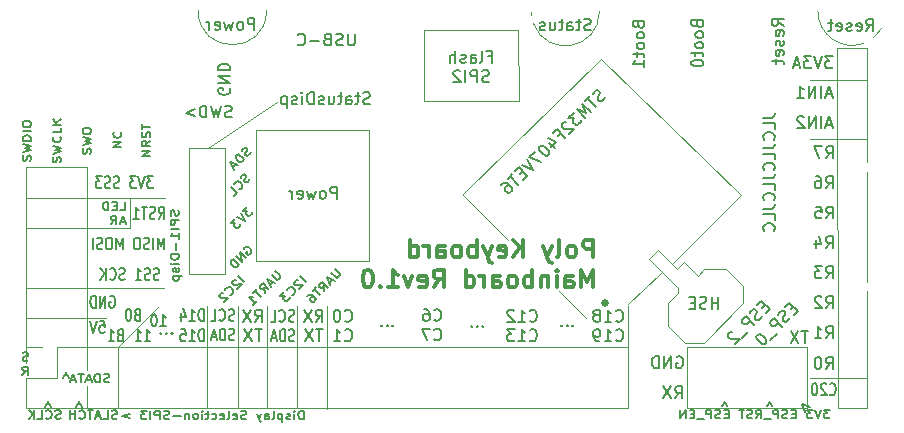
<source format=gbr>
%TF.GenerationSoftware,KiCad,Pcbnew,(5.1.9)-1*%
%TF.CreationDate,2021-03-09T20:48:28+01:00*%
%TF.ProjectId,poly_kb,706f6c79-5f6b-4622-9e6b-696361645f70,rev?*%
%TF.SameCoordinates,Original*%
%TF.FileFunction,Legend,Bot*%
%TF.FilePolarity,Positive*%
%FSLAX46Y46*%
G04 Gerber Fmt 4.6, Leading zero omitted, Abs format (unit mm)*
G04 Created by KiCad (PCBNEW (5.1.9)-1) date 2021-03-09 20:48:28*
%MOMM*%
%LPD*%
G01*
G04 APERTURE LIST*
%ADD10C,0.120000*%
%ADD11C,0.150000*%
%ADD12C,0.500000*%
%ADD13C,0.300000*%
G04 APERTURE END LIST*
D10*
X436473600Y-36322000D02*
X430580800Y-40233600D01*
D11*
X444299504Y-36472761D02*
X444156647Y-36520380D01*
X443918552Y-36520380D01*
X443823314Y-36472761D01*
X443775695Y-36425142D01*
X443728076Y-36329904D01*
X443728076Y-36234666D01*
X443775695Y-36139428D01*
X443823314Y-36091809D01*
X443918552Y-36044190D01*
X444109028Y-35996571D01*
X444204266Y-35948952D01*
X444251885Y-35901333D01*
X444299504Y-35806095D01*
X444299504Y-35710857D01*
X444251885Y-35615619D01*
X444204266Y-35568000D01*
X444109028Y-35520380D01*
X443870933Y-35520380D01*
X443728076Y-35568000D01*
X443442361Y-35853714D02*
X443061409Y-35853714D01*
X443299504Y-35520380D02*
X443299504Y-36377523D01*
X443251885Y-36472761D01*
X443156647Y-36520380D01*
X443061409Y-36520380D01*
X442299504Y-36520380D02*
X442299504Y-35996571D01*
X442347123Y-35901333D01*
X442442361Y-35853714D01*
X442632838Y-35853714D01*
X442728076Y-35901333D01*
X442299504Y-36472761D02*
X442394742Y-36520380D01*
X442632838Y-36520380D01*
X442728076Y-36472761D01*
X442775695Y-36377523D01*
X442775695Y-36282285D01*
X442728076Y-36187047D01*
X442632838Y-36139428D01*
X442394742Y-36139428D01*
X442299504Y-36091809D01*
X441966171Y-35853714D02*
X441585219Y-35853714D01*
X441823314Y-35520380D02*
X441823314Y-36377523D01*
X441775695Y-36472761D01*
X441680457Y-36520380D01*
X441585219Y-36520380D01*
X440823314Y-35853714D02*
X440823314Y-36520380D01*
X441251885Y-35853714D02*
X441251885Y-36377523D01*
X441204266Y-36472761D01*
X441109028Y-36520380D01*
X440966171Y-36520380D01*
X440870933Y-36472761D01*
X440823314Y-36425142D01*
X440394742Y-36472761D02*
X440299504Y-36520380D01*
X440109028Y-36520380D01*
X440013790Y-36472761D01*
X439966171Y-36377523D01*
X439966171Y-36329904D01*
X440013790Y-36234666D01*
X440109028Y-36187047D01*
X440251885Y-36187047D01*
X440347123Y-36139428D01*
X440394742Y-36044190D01*
X440394742Y-35996571D01*
X440347123Y-35901333D01*
X440251885Y-35853714D01*
X440109028Y-35853714D01*
X440013790Y-35901333D01*
X439537600Y-36520380D02*
X439537600Y-35520380D01*
X439299504Y-35520380D01*
X439156647Y-35568000D01*
X439061409Y-35663238D01*
X439013790Y-35758476D01*
X438966171Y-35948952D01*
X438966171Y-36091809D01*
X439013790Y-36282285D01*
X439061409Y-36377523D01*
X439156647Y-36472761D01*
X439299504Y-36520380D01*
X439537600Y-36520380D01*
X438537600Y-36520380D02*
X438537600Y-35853714D01*
X438537600Y-35520380D02*
X438585219Y-35568000D01*
X438537600Y-35615619D01*
X438489980Y-35568000D01*
X438537600Y-35520380D01*
X438537600Y-35615619D01*
X438109028Y-36472761D02*
X438013790Y-36520380D01*
X437823314Y-36520380D01*
X437728076Y-36472761D01*
X437680457Y-36377523D01*
X437680457Y-36329904D01*
X437728076Y-36234666D01*
X437823314Y-36187047D01*
X437966171Y-36187047D01*
X438061409Y-36139428D01*
X438109028Y-36044190D01*
X438109028Y-35996571D01*
X438061409Y-35901333D01*
X437966171Y-35853714D01*
X437823314Y-35853714D01*
X437728076Y-35901333D01*
X437251885Y-35853714D02*
X437251885Y-36853714D01*
X437251885Y-35901333D02*
X437156647Y-35853714D01*
X436966171Y-35853714D01*
X436870933Y-35901333D01*
X436823314Y-35948952D01*
X436775695Y-36044190D01*
X436775695Y-36329904D01*
X436823314Y-36425142D01*
X436870933Y-36472761D01*
X436966171Y-36520380D01*
X437156647Y-36520380D01*
X437251885Y-36472761D01*
X432427000Y-35178904D02*
X432474619Y-35274142D01*
X432474619Y-35417000D01*
X432427000Y-35559857D01*
X432331761Y-35655095D01*
X432236523Y-35702714D01*
X432046047Y-35750333D01*
X431903190Y-35750333D01*
X431712714Y-35702714D01*
X431617476Y-35655095D01*
X431522238Y-35559857D01*
X431474619Y-35417000D01*
X431474619Y-35321761D01*
X431522238Y-35178904D01*
X431569857Y-35131285D01*
X431903190Y-35131285D01*
X431903190Y-35321761D01*
X431474619Y-34702714D02*
X432474619Y-34702714D01*
X431474619Y-34131285D01*
X432474619Y-34131285D01*
X431474619Y-33655095D02*
X432474619Y-33655095D01*
X432474619Y-33417000D01*
X432427000Y-33274142D01*
X432331761Y-33178904D01*
X432236523Y-33131285D01*
X432046047Y-33083666D01*
X431903190Y-33083666D01*
X431712714Y-33131285D01*
X431617476Y-33178904D01*
X431522238Y-33274142D01*
X431474619Y-33417000D01*
X431474619Y-33655095D01*
X432604223Y-37590361D02*
X432461366Y-37637980D01*
X432223271Y-37637980D01*
X432128033Y-37590361D01*
X432080414Y-37542742D01*
X432032795Y-37447504D01*
X432032795Y-37352266D01*
X432080414Y-37257028D01*
X432128033Y-37209409D01*
X432223271Y-37161790D01*
X432413747Y-37114171D01*
X432508985Y-37066552D01*
X432556604Y-37018933D01*
X432604223Y-36923695D01*
X432604223Y-36828457D01*
X432556604Y-36733219D01*
X432508985Y-36685600D01*
X432413747Y-36637980D01*
X432175652Y-36637980D01*
X432032795Y-36685600D01*
X431699461Y-36637980D02*
X431461366Y-37637980D01*
X431270890Y-36923695D01*
X431080414Y-37637980D01*
X430842319Y-36637980D01*
X430461366Y-37637980D02*
X430461366Y-36637980D01*
X430223271Y-36637980D01*
X430080414Y-36685600D01*
X429985176Y-36780838D01*
X429937557Y-36876076D01*
X429889938Y-37066552D01*
X429889938Y-37209409D01*
X429937557Y-37399885D01*
X429985176Y-37495123D01*
X430080414Y-37590361D01*
X430223271Y-37637980D01*
X430461366Y-37637980D01*
X429461366Y-36971314D02*
X428699461Y-37257028D01*
X429461366Y-37542742D01*
X477607380Y-37671952D02*
X478321666Y-37671952D01*
X478464523Y-37624333D01*
X478559761Y-37529095D01*
X478607380Y-37386238D01*
X478607380Y-37291000D01*
X478607380Y-38624333D02*
X478607380Y-38148142D01*
X477607380Y-38148142D01*
X478512142Y-39529095D02*
X478559761Y-39481476D01*
X478607380Y-39338619D01*
X478607380Y-39243380D01*
X478559761Y-39100523D01*
X478464523Y-39005285D01*
X478369285Y-38957666D01*
X478178809Y-38910047D01*
X478035952Y-38910047D01*
X477845476Y-38957666D01*
X477750238Y-39005285D01*
X477655000Y-39100523D01*
X477607380Y-39243380D01*
X477607380Y-39338619D01*
X477655000Y-39481476D01*
X477702619Y-39529095D01*
X477607380Y-40243380D02*
X478321666Y-40243380D01*
X478464523Y-40195761D01*
X478559761Y-40100523D01*
X478607380Y-39957666D01*
X478607380Y-39862428D01*
X478607380Y-41195761D02*
X478607380Y-40719571D01*
X477607380Y-40719571D01*
X478512142Y-42100523D02*
X478559761Y-42052904D01*
X478607380Y-41910047D01*
X478607380Y-41814809D01*
X478559761Y-41671952D01*
X478464523Y-41576714D01*
X478369285Y-41529095D01*
X478178809Y-41481476D01*
X478035952Y-41481476D01*
X477845476Y-41529095D01*
X477750238Y-41576714D01*
X477655000Y-41671952D01*
X477607380Y-41814809D01*
X477607380Y-41910047D01*
X477655000Y-42052904D01*
X477702619Y-42100523D01*
X477607380Y-42814809D02*
X478321666Y-42814809D01*
X478464523Y-42767190D01*
X478559761Y-42671952D01*
X478607380Y-42529095D01*
X478607380Y-42433857D01*
X478607380Y-43767190D02*
X478607380Y-43291000D01*
X477607380Y-43291000D01*
X478512142Y-44671952D02*
X478559761Y-44624333D01*
X478607380Y-44481476D01*
X478607380Y-44386238D01*
X478559761Y-44243380D01*
X478464523Y-44148142D01*
X478369285Y-44100523D01*
X478178809Y-44052904D01*
X478035952Y-44052904D01*
X477845476Y-44100523D01*
X477750238Y-44148142D01*
X477655000Y-44243380D01*
X477607380Y-44386238D01*
X477607380Y-44481476D01*
X477655000Y-44624333D01*
X477702619Y-44671952D01*
X477607380Y-45386238D02*
X478321666Y-45386238D01*
X478464523Y-45338619D01*
X478559761Y-45243380D01*
X478607380Y-45100523D01*
X478607380Y-45005285D01*
X478607380Y-46338619D02*
X478607380Y-45862428D01*
X477607380Y-45862428D01*
X478512142Y-47243380D02*
X478559761Y-47195761D01*
X478607380Y-47052904D01*
X478607380Y-46957666D01*
X478559761Y-46814809D01*
X478464523Y-46719571D01*
X478369285Y-46671952D01*
X478178809Y-46624333D01*
X478035952Y-46624333D01*
X477845476Y-46671952D01*
X477750238Y-46719571D01*
X477655000Y-46814809D01*
X477607380Y-46957666D01*
X477607380Y-47052904D01*
X477655000Y-47195761D01*
X477702619Y-47243380D01*
D10*
X448868800Y-36271200D02*
X456895200Y-36271200D01*
X448868800Y-30276800D02*
X448868800Y-36271200D01*
X456844400Y-30276800D02*
X448868800Y-30276800D01*
X456895200Y-36271200D02*
X456844400Y-30276800D01*
D11*
X454310571Y-32479171D02*
X454643904Y-32479171D01*
X454643904Y-33002980D02*
X454643904Y-32002980D01*
X454167714Y-32002980D01*
X453643904Y-33002980D02*
X453739142Y-32955361D01*
X453786761Y-32860123D01*
X453786761Y-32002980D01*
X452834380Y-33002980D02*
X452834380Y-32479171D01*
X452882000Y-32383933D01*
X452977238Y-32336314D01*
X453167714Y-32336314D01*
X453262952Y-32383933D01*
X452834380Y-32955361D02*
X452929619Y-33002980D01*
X453167714Y-33002980D01*
X453262952Y-32955361D01*
X453310571Y-32860123D01*
X453310571Y-32764885D01*
X453262952Y-32669647D01*
X453167714Y-32622028D01*
X452929619Y-32622028D01*
X452834380Y-32574409D01*
X452405809Y-32955361D02*
X452310571Y-33002980D01*
X452120095Y-33002980D01*
X452024857Y-32955361D01*
X451977238Y-32860123D01*
X451977238Y-32812504D01*
X452024857Y-32717266D01*
X452120095Y-32669647D01*
X452262952Y-32669647D01*
X452358190Y-32622028D01*
X452405809Y-32526790D01*
X452405809Y-32479171D01*
X452358190Y-32383933D01*
X452262952Y-32336314D01*
X452120095Y-32336314D01*
X452024857Y-32383933D01*
X451548666Y-33002980D02*
X451548666Y-32002980D01*
X451120095Y-33002980D02*
X451120095Y-32479171D01*
X451167714Y-32383933D01*
X451262952Y-32336314D01*
X451405809Y-32336314D01*
X451501047Y-32383933D01*
X451548666Y-32431552D01*
X454382000Y-34605361D02*
X454239142Y-34652980D01*
X454001047Y-34652980D01*
X453905809Y-34605361D01*
X453858190Y-34557742D01*
X453810571Y-34462504D01*
X453810571Y-34367266D01*
X453858190Y-34272028D01*
X453905809Y-34224409D01*
X454001047Y-34176790D01*
X454191523Y-34129171D01*
X454286761Y-34081552D01*
X454334380Y-34033933D01*
X454382000Y-33938695D01*
X454382000Y-33843457D01*
X454334380Y-33748219D01*
X454286761Y-33700600D01*
X454191523Y-33652980D01*
X453953428Y-33652980D01*
X453810571Y-33700600D01*
X453382000Y-34652980D02*
X453382000Y-33652980D01*
X453001047Y-33652980D01*
X452905809Y-33700600D01*
X452858190Y-33748219D01*
X452810571Y-33843457D01*
X452810571Y-33986314D01*
X452858190Y-34081552D01*
X452905809Y-34129171D01*
X453001047Y-34176790D01*
X453382000Y-34176790D01*
X452382000Y-34652980D02*
X452382000Y-33652980D01*
X451953428Y-33748219D02*
X451905809Y-33700600D01*
X451810571Y-33652980D01*
X451572476Y-33652980D01*
X451477238Y-33700600D01*
X451429619Y-33748219D01*
X451382000Y-33843457D01*
X451382000Y-33938695D01*
X451429619Y-34081552D01*
X452001047Y-34652980D01*
X451382000Y-34652980D01*
X438714190Y-63181666D02*
X438714190Y-62481666D01*
X438523714Y-62481666D01*
X438409428Y-62515000D01*
X438333238Y-62581666D01*
X438295142Y-62648333D01*
X438257047Y-62781666D01*
X438257047Y-62881666D01*
X438295142Y-63015000D01*
X438333238Y-63081666D01*
X438409428Y-63148333D01*
X438523714Y-63181666D01*
X438714190Y-63181666D01*
X437914190Y-63181666D02*
X437914190Y-62715000D01*
X437914190Y-62481666D02*
X437952285Y-62515000D01*
X437914190Y-62548333D01*
X437876095Y-62515000D01*
X437914190Y-62481666D01*
X437914190Y-62548333D01*
X437571333Y-63148333D02*
X437495142Y-63181666D01*
X437342761Y-63181666D01*
X437266571Y-63148333D01*
X437228476Y-63081666D01*
X437228476Y-63048333D01*
X437266571Y-62981666D01*
X437342761Y-62948333D01*
X437457047Y-62948333D01*
X437533238Y-62915000D01*
X437571333Y-62848333D01*
X437571333Y-62815000D01*
X437533238Y-62748333D01*
X437457047Y-62715000D01*
X437342761Y-62715000D01*
X437266571Y-62748333D01*
X436885619Y-62715000D02*
X436885619Y-63415000D01*
X436885619Y-62748333D02*
X436809428Y-62715000D01*
X436657047Y-62715000D01*
X436580857Y-62748333D01*
X436542761Y-62781666D01*
X436504666Y-62848333D01*
X436504666Y-63048333D01*
X436542761Y-63115000D01*
X436580857Y-63148333D01*
X436657047Y-63181666D01*
X436809428Y-63181666D01*
X436885619Y-63148333D01*
X436047523Y-63181666D02*
X436123714Y-63148333D01*
X436161809Y-63081666D01*
X436161809Y-62481666D01*
X435399904Y-63181666D02*
X435399904Y-62815000D01*
X435438000Y-62748333D01*
X435514190Y-62715000D01*
X435666571Y-62715000D01*
X435742761Y-62748333D01*
X435399904Y-63148333D02*
X435476095Y-63181666D01*
X435666571Y-63181666D01*
X435742761Y-63148333D01*
X435780857Y-63081666D01*
X435780857Y-63015000D01*
X435742761Y-62948333D01*
X435666571Y-62915000D01*
X435476095Y-62915000D01*
X435399904Y-62881666D01*
X435095142Y-62715000D02*
X434904666Y-63181666D01*
X434714190Y-62715000D02*
X434904666Y-63181666D01*
X434980857Y-63348333D01*
X435018952Y-63381666D01*
X435095142Y-63415000D01*
X433838000Y-63148333D02*
X433723714Y-63181666D01*
X433533238Y-63181666D01*
X433457047Y-63148333D01*
X433418952Y-63115000D01*
X433380857Y-63048333D01*
X433380857Y-62981666D01*
X433418952Y-62915000D01*
X433457047Y-62881666D01*
X433533238Y-62848333D01*
X433685619Y-62815000D01*
X433761809Y-62781666D01*
X433799904Y-62748333D01*
X433838000Y-62681666D01*
X433838000Y-62615000D01*
X433799904Y-62548333D01*
X433761809Y-62515000D01*
X433685619Y-62481666D01*
X433495142Y-62481666D01*
X433380857Y-62515000D01*
X432733238Y-63148333D02*
X432809428Y-63181666D01*
X432961809Y-63181666D01*
X433038000Y-63148333D01*
X433076095Y-63081666D01*
X433076095Y-62815000D01*
X433038000Y-62748333D01*
X432961809Y-62715000D01*
X432809428Y-62715000D01*
X432733238Y-62748333D01*
X432695142Y-62815000D01*
X432695142Y-62881666D01*
X433076095Y-62948333D01*
X432238000Y-63181666D02*
X432314190Y-63148333D01*
X432352285Y-63081666D01*
X432352285Y-62481666D01*
X431628476Y-63148333D02*
X431704666Y-63181666D01*
X431857047Y-63181666D01*
X431933238Y-63148333D01*
X431971333Y-63081666D01*
X431971333Y-62815000D01*
X431933238Y-62748333D01*
X431857047Y-62715000D01*
X431704666Y-62715000D01*
X431628476Y-62748333D01*
X431590380Y-62815000D01*
X431590380Y-62881666D01*
X431971333Y-62948333D01*
X430904666Y-63148333D02*
X430980857Y-63181666D01*
X431133238Y-63181666D01*
X431209428Y-63148333D01*
X431247523Y-63115000D01*
X431285619Y-63048333D01*
X431285619Y-62848333D01*
X431247523Y-62781666D01*
X431209428Y-62748333D01*
X431133238Y-62715000D01*
X430980857Y-62715000D01*
X430904666Y-62748333D01*
X430676095Y-62715000D02*
X430371333Y-62715000D01*
X430561809Y-62481666D02*
X430561809Y-63081666D01*
X430523714Y-63148333D01*
X430447523Y-63181666D01*
X430371333Y-63181666D01*
X430104666Y-63181666D02*
X430104666Y-62715000D01*
X430104666Y-62481666D02*
X430142761Y-62515000D01*
X430104666Y-62548333D01*
X430066571Y-62515000D01*
X430104666Y-62481666D01*
X430104666Y-62548333D01*
X429609428Y-63181666D02*
X429685619Y-63148333D01*
X429723714Y-63115000D01*
X429761809Y-63048333D01*
X429761809Y-62848333D01*
X429723714Y-62781666D01*
X429685619Y-62748333D01*
X429609428Y-62715000D01*
X429495142Y-62715000D01*
X429418952Y-62748333D01*
X429380857Y-62781666D01*
X429342761Y-62848333D01*
X429342761Y-63048333D01*
X429380857Y-63115000D01*
X429418952Y-63148333D01*
X429495142Y-63181666D01*
X429609428Y-63181666D01*
X428999904Y-62715000D02*
X428999904Y-63181666D01*
X428999904Y-62781666D02*
X428961809Y-62748333D01*
X428885619Y-62715000D01*
X428771333Y-62715000D01*
X428695142Y-62748333D01*
X428657047Y-62815000D01*
X428657047Y-63181666D01*
X428276095Y-62915000D02*
X427666571Y-62915000D01*
X427323714Y-63148333D02*
X427209428Y-63181666D01*
X427018952Y-63181666D01*
X426942761Y-63148333D01*
X426904666Y-63115000D01*
X426866571Y-63048333D01*
X426866571Y-62981666D01*
X426904666Y-62915000D01*
X426942761Y-62881666D01*
X427018952Y-62848333D01*
X427171333Y-62815000D01*
X427247523Y-62781666D01*
X427285619Y-62748333D01*
X427323714Y-62681666D01*
X427323714Y-62615000D01*
X427285619Y-62548333D01*
X427247523Y-62515000D01*
X427171333Y-62481666D01*
X426980857Y-62481666D01*
X426866571Y-62515000D01*
X426523714Y-63181666D02*
X426523714Y-62481666D01*
X426218952Y-62481666D01*
X426142761Y-62515000D01*
X426104666Y-62548333D01*
X426066571Y-62615000D01*
X426066571Y-62715000D01*
X426104666Y-62781666D01*
X426142761Y-62815000D01*
X426218952Y-62848333D01*
X426523714Y-62848333D01*
X425723714Y-63181666D02*
X425723714Y-62481666D01*
X425418952Y-62481666D02*
X424923714Y-62481666D01*
X425190380Y-62748333D01*
X425076095Y-62748333D01*
X424999904Y-62781666D01*
X424961809Y-62815000D01*
X424923714Y-62881666D01*
X424923714Y-63048333D01*
X424961809Y-63115000D01*
X424999904Y-63148333D01*
X425076095Y-63181666D01*
X425304666Y-63181666D01*
X425380857Y-63148333D01*
X425418952Y-63115000D01*
X423971333Y-62715000D02*
X423361809Y-62915000D01*
X423971333Y-63115000D01*
D12*
X464210400Y-53241485D02*
X464115161Y-53336723D01*
X464210400Y-53431961D01*
X464305638Y-53336723D01*
X464210400Y-53241485D01*
X464210400Y-53431961D01*
D11*
X464218927Y-35920692D02*
X464151584Y-36055379D01*
X463983225Y-36223737D01*
X463882210Y-36257409D01*
X463814866Y-36257409D01*
X463713851Y-36223737D01*
X463646507Y-36156394D01*
X463612836Y-36055379D01*
X463612836Y-35988035D01*
X463646507Y-35887020D01*
X463747523Y-35718661D01*
X463781194Y-35617646D01*
X463781194Y-35550302D01*
X463747523Y-35449287D01*
X463680179Y-35381944D01*
X463579164Y-35348272D01*
X463511820Y-35348272D01*
X463410805Y-35381944D01*
X463242446Y-35550302D01*
X463175103Y-35684989D01*
X462939401Y-35853348D02*
X462535340Y-36257409D01*
X463444477Y-36762485D02*
X462737370Y-36055379D01*
X463006744Y-37200218D02*
X462299637Y-36493111D01*
X462569011Y-37233890D01*
X461828233Y-36964516D01*
X462535340Y-37671623D01*
X461558859Y-37233890D02*
X461121126Y-37671623D01*
X461626202Y-37705294D01*
X461525187Y-37806310D01*
X461491515Y-37907325D01*
X461491515Y-37974668D01*
X461525187Y-38075684D01*
X461693546Y-38244042D01*
X461794561Y-38277714D01*
X461861905Y-38277714D01*
X461962920Y-38244042D01*
X462164950Y-38042012D01*
X462198622Y-37940997D01*
X462198622Y-37873653D01*
X460919096Y-38008340D02*
X460851752Y-38008340D01*
X460750737Y-38042012D01*
X460582378Y-38210371D01*
X460548706Y-38311386D01*
X460548706Y-38378729D01*
X460582378Y-38479745D01*
X460649722Y-38547088D01*
X460784409Y-38614432D01*
X461592531Y-38614432D01*
X461154798Y-39052164D01*
X460245661Y-39220523D02*
X460481363Y-38984821D01*
X460851752Y-39355210D02*
X460144645Y-38648103D01*
X459807928Y-38984821D01*
X459471210Y-39792943D02*
X459942615Y-40264348D01*
X459370195Y-39355210D02*
X460043630Y-39691928D01*
X459605897Y-40129661D01*
X458730432Y-40062317D02*
X458663088Y-40129661D01*
X458629416Y-40230676D01*
X458629416Y-40298019D01*
X458663088Y-40399035D01*
X458764103Y-40567393D01*
X458932462Y-40735752D01*
X459100821Y-40836767D01*
X459201836Y-40870439D01*
X459269180Y-40870439D01*
X459370195Y-40836767D01*
X459437538Y-40769424D01*
X459471210Y-40668409D01*
X459471210Y-40601065D01*
X459437538Y-40500050D01*
X459336523Y-40331691D01*
X459168164Y-40163332D01*
X458999806Y-40062317D01*
X458898790Y-40028645D01*
X458831447Y-40028645D01*
X458730432Y-40062317D01*
X458259027Y-40533722D02*
X457787623Y-41005126D01*
X458797775Y-41409187D01*
X457619264Y-41173485D02*
X458090668Y-42116294D01*
X457147859Y-41644889D01*
X457248875Y-42217309D02*
X457013172Y-42453011D01*
X457282546Y-42924416D02*
X457619264Y-42587698D01*
X456912157Y-41880592D01*
X456575440Y-42217309D01*
X456373409Y-42419340D02*
X455969348Y-42823401D01*
X456878485Y-43328477D02*
X456171379Y-42621370D01*
X455430600Y-43362149D02*
X455565287Y-43227462D01*
X455666302Y-43193790D01*
X455733646Y-43193790D01*
X455902005Y-43227462D01*
X456070363Y-43328477D01*
X456339737Y-43597851D01*
X456373409Y-43698866D01*
X456373409Y-43766210D01*
X456339737Y-43867225D01*
X456205050Y-44001912D01*
X456104035Y-44035584D01*
X456036692Y-44035584D01*
X455935676Y-44001912D01*
X455767318Y-43833553D01*
X455733646Y-43732538D01*
X455733646Y-43665194D01*
X455767318Y-43564179D01*
X455902005Y-43429492D01*
X456003020Y-43395820D01*
X456070363Y-43395820D01*
X456171379Y-43429492D01*
D10*
X452170800Y-44145200D02*
X452374000Y-43942000D01*
X455980800Y-48006000D02*
X452170800Y-44196000D01*
X462584800Y-54610000D02*
X460349600Y-52374800D01*
X468934800Y-50850800D02*
X466191600Y-53441600D01*
X475691200Y-44196000D02*
X469950800Y-49936400D01*
X463854800Y-32664400D02*
X475691200Y-44196000D01*
X452374000Y-43942000D02*
X463854800Y-32664400D01*
X486359200Y-34442400D02*
X481584000Y-34442400D01*
X486359200Y-39471600D02*
X481584000Y-39471600D01*
X486359200Y-59690000D02*
X481584000Y-59690000D01*
D13*
X463201057Y-49492371D02*
X463201057Y-47992371D01*
X462629628Y-47992371D01*
X462486771Y-48063800D01*
X462415342Y-48135228D01*
X462343914Y-48278085D01*
X462343914Y-48492371D01*
X462415342Y-48635228D01*
X462486771Y-48706657D01*
X462629628Y-48778085D01*
X463201057Y-48778085D01*
X461486771Y-49492371D02*
X461629628Y-49420942D01*
X461701057Y-49349514D01*
X461772485Y-49206657D01*
X461772485Y-48778085D01*
X461701057Y-48635228D01*
X461629628Y-48563800D01*
X461486771Y-48492371D01*
X461272485Y-48492371D01*
X461129628Y-48563800D01*
X461058200Y-48635228D01*
X460986771Y-48778085D01*
X460986771Y-49206657D01*
X461058200Y-49349514D01*
X461129628Y-49420942D01*
X461272485Y-49492371D01*
X461486771Y-49492371D01*
X460129628Y-49492371D02*
X460272485Y-49420942D01*
X460343914Y-49278085D01*
X460343914Y-47992371D01*
X459701057Y-48492371D02*
X459343914Y-49492371D01*
X458986771Y-48492371D02*
X459343914Y-49492371D01*
X459486771Y-49849514D01*
X459558200Y-49920942D01*
X459701057Y-49992371D01*
X457272485Y-49492371D02*
X457272485Y-47992371D01*
X456415342Y-49492371D02*
X457058200Y-48635228D01*
X456415342Y-47992371D02*
X457272485Y-48849514D01*
X455201057Y-49420942D02*
X455343914Y-49492371D01*
X455629628Y-49492371D01*
X455772485Y-49420942D01*
X455843914Y-49278085D01*
X455843914Y-48706657D01*
X455772485Y-48563800D01*
X455629628Y-48492371D01*
X455343914Y-48492371D01*
X455201057Y-48563800D01*
X455129628Y-48706657D01*
X455129628Y-48849514D01*
X455843914Y-48992371D01*
X454629628Y-48492371D02*
X454272485Y-49492371D01*
X453915342Y-48492371D02*
X454272485Y-49492371D01*
X454415342Y-49849514D01*
X454486771Y-49920942D01*
X454629628Y-49992371D01*
X453343914Y-49492371D02*
X453343914Y-47992371D01*
X453343914Y-48563800D02*
X453201057Y-48492371D01*
X452915342Y-48492371D01*
X452772485Y-48563800D01*
X452701057Y-48635228D01*
X452629628Y-48778085D01*
X452629628Y-49206657D01*
X452701057Y-49349514D01*
X452772485Y-49420942D01*
X452915342Y-49492371D01*
X453201057Y-49492371D01*
X453343914Y-49420942D01*
X451772485Y-49492371D02*
X451915342Y-49420942D01*
X451986771Y-49349514D01*
X452058200Y-49206657D01*
X452058200Y-48778085D01*
X451986771Y-48635228D01*
X451915342Y-48563800D01*
X451772485Y-48492371D01*
X451558200Y-48492371D01*
X451415342Y-48563800D01*
X451343914Y-48635228D01*
X451272485Y-48778085D01*
X451272485Y-49206657D01*
X451343914Y-49349514D01*
X451415342Y-49420942D01*
X451558200Y-49492371D01*
X451772485Y-49492371D01*
X449986771Y-49492371D02*
X449986771Y-48706657D01*
X450058200Y-48563800D01*
X450201057Y-48492371D01*
X450486771Y-48492371D01*
X450629628Y-48563800D01*
X449986771Y-49420942D02*
X450129628Y-49492371D01*
X450486771Y-49492371D01*
X450629628Y-49420942D01*
X450701057Y-49278085D01*
X450701057Y-49135228D01*
X450629628Y-48992371D01*
X450486771Y-48920942D01*
X450129628Y-48920942D01*
X449986771Y-48849514D01*
X449272485Y-49492371D02*
X449272485Y-48492371D01*
X449272485Y-48778085D02*
X449201057Y-48635228D01*
X449129628Y-48563800D01*
X448986771Y-48492371D01*
X448843914Y-48492371D01*
X447701057Y-49492371D02*
X447701057Y-47992371D01*
X447701057Y-49420942D02*
X447843914Y-49492371D01*
X448129628Y-49492371D01*
X448272485Y-49420942D01*
X448343914Y-49349514D01*
X448415342Y-49206657D01*
X448415342Y-48778085D01*
X448343914Y-48635228D01*
X448272485Y-48563800D01*
X448129628Y-48492371D01*
X447843914Y-48492371D01*
X447701057Y-48563800D01*
X463201057Y-52042371D02*
X463201057Y-50542371D01*
X462701057Y-51613800D01*
X462201057Y-50542371D01*
X462201057Y-52042371D01*
X460843914Y-52042371D02*
X460843914Y-51256657D01*
X460915342Y-51113800D01*
X461058200Y-51042371D01*
X461343914Y-51042371D01*
X461486771Y-51113800D01*
X460843914Y-51970942D02*
X460986771Y-52042371D01*
X461343914Y-52042371D01*
X461486771Y-51970942D01*
X461558200Y-51828085D01*
X461558200Y-51685228D01*
X461486771Y-51542371D01*
X461343914Y-51470942D01*
X460986771Y-51470942D01*
X460843914Y-51399514D01*
X460129628Y-52042371D02*
X460129628Y-51042371D01*
X460129628Y-50542371D02*
X460201057Y-50613800D01*
X460129628Y-50685228D01*
X460058200Y-50613800D01*
X460129628Y-50542371D01*
X460129628Y-50685228D01*
X459415342Y-51042371D02*
X459415342Y-52042371D01*
X459415342Y-51185228D02*
X459343914Y-51113800D01*
X459201057Y-51042371D01*
X458986771Y-51042371D01*
X458843914Y-51113800D01*
X458772485Y-51256657D01*
X458772485Y-52042371D01*
X458058200Y-52042371D02*
X458058200Y-50542371D01*
X458058200Y-51113800D02*
X457915342Y-51042371D01*
X457629628Y-51042371D01*
X457486771Y-51113800D01*
X457415342Y-51185228D01*
X457343914Y-51328085D01*
X457343914Y-51756657D01*
X457415342Y-51899514D01*
X457486771Y-51970942D01*
X457629628Y-52042371D01*
X457915342Y-52042371D01*
X458058200Y-51970942D01*
X456486771Y-52042371D02*
X456629628Y-51970942D01*
X456701057Y-51899514D01*
X456772485Y-51756657D01*
X456772485Y-51328085D01*
X456701057Y-51185228D01*
X456629628Y-51113800D01*
X456486771Y-51042371D01*
X456272485Y-51042371D01*
X456129628Y-51113800D01*
X456058200Y-51185228D01*
X455986771Y-51328085D01*
X455986771Y-51756657D01*
X456058200Y-51899514D01*
X456129628Y-51970942D01*
X456272485Y-52042371D01*
X456486771Y-52042371D01*
X454701057Y-52042371D02*
X454701057Y-51256657D01*
X454772485Y-51113800D01*
X454915342Y-51042371D01*
X455201057Y-51042371D01*
X455343914Y-51113800D01*
X454701057Y-51970942D02*
X454843914Y-52042371D01*
X455201057Y-52042371D01*
X455343914Y-51970942D01*
X455415342Y-51828085D01*
X455415342Y-51685228D01*
X455343914Y-51542371D01*
X455201057Y-51470942D01*
X454843914Y-51470942D01*
X454701057Y-51399514D01*
X453986771Y-52042371D02*
X453986771Y-51042371D01*
X453986771Y-51328085D02*
X453915342Y-51185228D01*
X453843914Y-51113800D01*
X453701057Y-51042371D01*
X453558200Y-51042371D01*
X452415342Y-52042371D02*
X452415342Y-50542371D01*
X452415342Y-51970942D02*
X452558200Y-52042371D01*
X452843914Y-52042371D01*
X452986771Y-51970942D01*
X453058200Y-51899514D01*
X453129628Y-51756657D01*
X453129628Y-51328085D01*
X453058200Y-51185228D01*
X452986771Y-51113800D01*
X452843914Y-51042371D01*
X452558200Y-51042371D01*
X452415342Y-51113800D01*
X449701057Y-52042371D02*
X450201057Y-51328085D01*
X450558200Y-52042371D02*
X450558200Y-50542371D01*
X449986771Y-50542371D01*
X449843914Y-50613800D01*
X449772485Y-50685228D01*
X449701057Y-50828085D01*
X449701057Y-51042371D01*
X449772485Y-51185228D01*
X449843914Y-51256657D01*
X449986771Y-51328085D01*
X450558200Y-51328085D01*
X448486771Y-51970942D02*
X448629628Y-52042371D01*
X448915342Y-52042371D01*
X449058200Y-51970942D01*
X449129628Y-51828085D01*
X449129628Y-51256657D01*
X449058200Y-51113800D01*
X448915342Y-51042371D01*
X448629628Y-51042371D01*
X448486771Y-51113800D01*
X448415342Y-51256657D01*
X448415342Y-51399514D01*
X449129628Y-51542371D01*
X447915342Y-51042371D02*
X447558200Y-52042371D01*
X447201057Y-51042371D01*
X445843914Y-52042371D02*
X446701057Y-52042371D01*
X446272485Y-52042371D02*
X446272485Y-50542371D01*
X446415342Y-50756657D01*
X446558200Y-50899514D01*
X446701057Y-50970942D01*
X445201057Y-51899514D02*
X445129628Y-51970942D01*
X445201057Y-52042371D01*
X445272485Y-51970942D01*
X445201057Y-51899514D01*
X445201057Y-52042371D01*
X444201057Y-50542371D02*
X444058200Y-50542371D01*
X443915342Y-50613800D01*
X443843914Y-50685228D01*
X443772485Y-50828085D01*
X443701057Y-51113800D01*
X443701057Y-51470942D01*
X443772485Y-51756657D01*
X443843914Y-51899514D01*
X443915342Y-51970942D01*
X444058200Y-52042371D01*
X444201057Y-52042371D01*
X444343914Y-51970942D01*
X444415342Y-51899514D01*
X444486771Y-51756657D01*
X444558200Y-51470942D01*
X444558200Y-51113800D01*
X444486771Y-50828085D01*
X444415342Y-50685228D01*
X444343914Y-50613800D01*
X444201057Y-50542371D01*
D10*
X457977910Y-29005125D02*
G75*
G02*
X457962000Y-28702000I2879690J303125D01*
G01*
X487625358Y-30122126D02*
G75*
G02*
X486968800Y-30886400I-2485358J1470926D01*
G01*
X486101068Y-31382655D02*
G75*
G02*
X482244400Y-28651200I-961068J2731455D01*
G01*
X463735320Y-28702000D02*
G75*
G02*
X458165200Y-29718000I-2877720J0D01*
G01*
X435559200Y-28600400D02*
G75*
G02*
X429768000Y-28600400I-2895600J0D01*
G01*
X486359200Y-31800800D02*
X483870000Y-31800800D01*
X486359200Y-41452800D02*
X486359200Y-31800800D01*
X486410000Y-51612800D02*
X486359200Y-42265600D01*
X486410000Y-62230000D02*
X486410000Y-52374800D01*
X483920800Y-62230000D02*
X486410000Y-62230000D01*
X483870000Y-31800800D02*
X483920800Y-62230000D01*
D11*
X479343980Y-29902304D02*
X478867790Y-29568971D01*
X479343980Y-29330876D02*
X478343980Y-29330876D01*
X478343980Y-29711828D01*
X478391600Y-29807066D01*
X478439219Y-29854685D01*
X478534457Y-29902304D01*
X478677314Y-29902304D01*
X478772552Y-29854685D01*
X478820171Y-29807066D01*
X478867790Y-29711828D01*
X478867790Y-29330876D01*
X479296361Y-30711828D02*
X479343980Y-30616590D01*
X479343980Y-30426114D01*
X479296361Y-30330876D01*
X479201123Y-30283257D01*
X478820171Y-30283257D01*
X478724933Y-30330876D01*
X478677314Y-30426114D01*
X478677314Y-30616590D01*
X478724933Y-30711828D01*
X478820171Y-30759447D01*
X478915409Y-30759447D01*
X479010647Y-30283257D01*
X479296361Y-31140400D02*
X479343980Y-31235638D01*
X479343980Y-31426114D01*
X479296361Y-31521352D01*
X479201123Y-31568971D01*
X479153504Y-31568971D01*
X479058266Y-31521352D01*
X479010647Y-31426114D01*
X479010647Y-31283257D01*
X478963028Y-31188019D01*
X478867790Y-31140400D01*
X478820171Y-31140400D01*
X478724933Y-31188019D01*
X478677314Y-31283257D01*
X478677314Y-31426114D01*
X478724933Y-31521352D01*
X479296361Y-32378495D02*
X479343980Y-32283257D01*
X479343980Y-32092780D01*
X479296361Y-31997542D01*
X479201123Y-31949923D01*
X478820171Y-31949923D01*
X478724933Y-31997542D01*
X478677314Y-32092780D01*
X478677314Y-32283257D01*
X478724933Y-32378495D01*
X478820171Y-32426114D01*
X478915409Y-32426114D01*
X479010647Y-31949923D01*
X478677314Y-32711828D02*
X478677314Y-33092780D01*
X478343980Y-32854685D02*
X479201123Y-32854685D01*
X479296361Y-32902304D01*
X479343980Y-32997542D01*
X479343980Y-33092780D01*
X467034571Y-29799161D02*
X467082190Y-29942019D01*
X467129809Y-29989638D01*
X467225047Y-30037257D01*
X467367904Y-30037257D01*
X467463142Y-29989638D01*
X467510761Y-29942019D01*
X467558380Y-29846780D01*
X467558380Y-29465828D01*
X466558380Y-29465828D01*
X466558380Y-29799161D01*
X466606000Y-29894400D01*
X466653619Y-29942019D01*
X466748857Y-29989638D01*
X466844095Y-29989638D01*
X466939333Y-29942019D01*
X466986952Y-29894400D01*
X467034571Y-29799161D01*
X467034571Y-29465828D01*
X467558380Y-30608685D02*
X467510761Y-30513447D01*
X467463142Y-30465828D01*
X467367904Y-30418209D01*
X467082190Y-30418209D01*
X466986952Y-30465828D01*
X466939333Y-30513447D01*
X466891714Y-30608685D01*
X466891714Y-30751542D01*
X466939333Y-30846780D01*
X466986952Y-30894400D01*
X467082190Y-30942019D01*
X467367904Y-30942019D01*
X467463142Y-30894400D01*
X467510761Y-30846780D01*
X467558380Y-30751542D01*
X467558380Y-30608685D01*
X467558380Y-31513447D02*
X467510761Y-31418209D01*
X467463142Y-31370590D01*
X467367904Y-31322971D01*
X467082190Y-31322971D01*
X466986952Y-31370590D01*
X466939333Y-31418209D01*
X466891714Y-31513447D01*
X466891714Y-31656304D01*
X466939333Y-31751542D01*
X466986952Y-31799161D01*
X467082190Y-31846780D01*
X467367904Y-31846780D01*
X467463142Y-31799161D01*
X467510761Y-31751542D01*
X467558380Y-31656304D01*
X467558380Y-31513447D01*
X466891714Y-32132495D02*
X466891714Y-32513447D01*
X466558380Y-32275352D02*
X467415523Y-32275352D01*
X467510761Y-32322971D01*
X467558380Y-32418209D01*
X467558380Y-32513447D01*
X467558380Y-33370590D02*
X467558380Y-32799161D01*
X467558380Y-33084876D02*
X466558380Y-33084876D01*
X466701238Y-32989638D01*
X466796476Y-32894400D01*
X466844095Y-32799161D01*
X472012971Y-29748361D02*
X472060590Y-29891219D01*
X472108209Y-29938838D01*
X472203447Y-29986457D01*
X472346304Y-29986457D01*
X472441542Y-29938838D01*
X472489161Y-29891219D01*
X472536780Y-29795980D01*
X472536780Y-29415028D01*
X471536780Y-29415028D01*
X471536780Y-29748361D01*
X471584400Y-29843600D01*
X471632019Y-29891219D01*
X471727257Y-29938838D01*
X471822495Y-29938838D01*
X471917733Y-29891219D01*
X471965352Y-29843600D01*
X472012971Y-29748361D01*
X472012971Y-29415028D01*
X472536780Y-30557885D02*
X472489161Y-30462647D01*
X472441542Y-30415028D01*
X472346304Y-30367409D01*
X472060590Y-30367409D01*
X471965352Y-30415028D01*
X471917733Y-30462647D01*
X471870114Y-30557885D01*
X471870114Y-30700742D01*
X471917733Y-30795980D01*
X471965352Y-30843600D01*
X472060590Y-30891219D01*
X472346304Y-30891219D01*
X472441542Y-30843600D01*
X472489161Y-30795980D01*
X472536780Y-30700742D01*
X472536780Y-30557885D01*
X472536780Y-31462647D02*
X472489161Y-31367409D01*
X472441542Y-31319790D01*
X472346304Y-31272171D01*
X472060590Y-31272171D01*
X471965352Y-31319790D01*
X471917733Y-31367409D01*
X471870114Y-31462647D01*
X471870114Y-31605504D01*
X471917733Y-31700742D01*
X471965352Y-31748361D01*
X472060590Y-31795980D01*
X472346304Y-31795980D01*
X472441542Y-31748361D01*
X472489161Y-31700742D01*
X472536780Y-31605504D01*
X472536780Y-31462647D01*
X471870114Y-32081695D02*
X471870114Y-32462647D01*
X471536780Y-32224552D02*
X472393923Y-32224552D01*
X472489161Y-32272171D01*
X472536780Y-32367409D01*
X472536780Y-32462647D01*
X471536780Y-32986457D02*
X471536780Y-33081695D01*
X471584400Y-33176933D01*
X471632019Y-33224552D01*
X471727257Y-33272171D01*
X471917733Y-33319790D01*
X472155828Y-33319790D01*
X472346304Y-33272171D01*
X472441542Y-33224552D01*
X472489161Y-33176933D01*
X472536780Y-33081695D01*
X472536780Y-32986457D01*
X472489161Y-32891219D01*
X472441542Y-32843600D01*
X472346304Y-32795980D01*
X472155828Y-32748361D01*
X471917733Y-32748361D01*
X471727257Y-32795980D01*
X471632019Y-32843600D01*
X471584400Y-32891219D01*
X471536780Y-32986457D01*
X486327295Y-30322780D02*
X486660628Y-29846590D01*
X486898723Y-30322780D02*
X486898723Y-29322780D01*
X486517771Y-29322780D01*
X486422533Y-29370400D01*
X486374914Y-29418019D01*
X486327295Y-29513257D01*
X486327295Y-29656114D01*
X486374914Y-29751352D01*
X486422533Y-29798971D01*
X486517771Y-29846590D01*
X486898723Y-29846590D01*
X485517771Y-30275161D02*
X485613009Y-30322780D01*
X485803485Y-30322780D01*
X485898723Y-30275161D01*
X485946342Y-30179923D01*
X485946342Y-29798971D01*
X485898723Y-29703733D01*
X485803485Y-29656114D01*
X485613009Y-29656114D01*
X485517771Y-29703733D01*
X485470152Y-29798971D01*
X485470152Y-29894209D01*
X485946342Y-29989447D01*
X485089200Y-30275161D02*
X484993961Y-30322780D01*
X484803485Y-30322780D01*
X484708247Y-30275161D01*
X484660628Y-30179923D01*
X484660628Y-30132304D01*
X484708247Y-30037066D01*
X484803485Y-29989447D01*
X484946342Y-29989447D01*
X485041580Y-29941828D01*
X485089200Y-29846590D01*
X485089200Y-29798971D01*
X485041580Y-29703733D01*
X484946342Y-29656114D01*
X484803485Y-29656114D01*
X484708247Y-29703733D01*
X483851104Y-30275161D02*
X483946342Y-30322780D01*
X484136819Y-30322780D01*
X484232057Y-30275161D01*
X484279676Y-30179923D01*
X484279676Y-29798971D01*
X484232057Y-29703733D01*
X484136819Y-29656114D01*
X483946342Y-29656114D01*
X483851104Y-29703733D01*
X483803485Y-29798971D01*
X483803485Y-29894209D01*
X484279676Y-29989447D01*
X483517771Y-29656114D02*
X483136819Y-29656114D01*
X483374914Y-29322780D02*
X483374914Y-30179923D01*
X483327295Y-30275161D01*
X483232057Y-30322780D01*
X483136819Y-30322780D01*
X463024266Y-30224361D02*
X462881409Y-30271980D01*
X462643314Y-30271980D01*
X462548076Y-30224361D01*
X462500457Y-30176742D01*
X462452838Y-30081504D01*
X462452838Y-29986266D01*
X462500457Y-29891028D01*
X462548076Y-29843409D01*
X462643314Y-29795790D01*
X462833790Y-29748171D01*
X462929028Y-29700552D01*
X462976647Y-29652933D01*
X463024266Y-29557695D01*
X463024266Y-29462457D01*
X462976647Y-29367219D01*
X462929028Y-29319600D01*
X462833790Y-29271980D01*
X462595695Y-29271980D01*
X462452838Y-29319600D01*
X462167123Y-29605314D02*
X461786171Y-29605314D01*
X462024266Y-29271980D02*
X462024266Y-30129123D01*
X461976647Y-30224361D01*
X461881409Y-30271980D01*
X461786171Y-30271980D01*
X461024266Y-30271980D02*
X461024266Y-29748171D01*
X461071885Y-29652933D01*
X461167123Y-29605314D01*
X461357600Y-29605314D01*
X461452838Y-29652933D01*
X461024266Y-30224361D02*
X461119504Y-30271980D01*
X461357600Y-30271980D01*
X461452838Y-30224361D01*
X461500457Y-30129123D01*
X461500457Y-30033885D01*
X461452838Y-29938647D01*
X461357600Y-29891028D01*
X461119504Y-29891028D01*
X461024266Y-29843409D01*
X460690933Y-29605314D02*
X460309980Y-29605314D01*
X460548076Y-29271980D02*
X460548076Y-30129123D01*
X460500457Y-30224361D01*
X460405219Y-30271980D01*
X460309980Y-30271980D01*
X459548076Y-29605314D02*
X459548076Y-30271980D01*
X459976647Y-29605314D02*
X459976647Y-30129123D01*
X459929028Y-30224361D01*
X459833790Y-30271980D01*
X459690933Y-30271980D01*
X459595695Y-30224361D01*
X459548076Y-30176742D01*
X459119504Y-30224361D02*
X459024266Y-30271980D01*
X458833790Y-30271980D01*
X458738552Y-30224361D01*
X458690933Y-30129123D01*
X458690933Y-30081504D01*
X458738552Y-29986266D01*
X458833790Y-29938647D01*
X458976647Y-29938647D01*
X459071885Y-29891028D01*
X459119504Y-29795790D01*
X459119504Y-29748171D01*
X459071885Y-29652933D01*
X458976647Y-29605314D01*
X458833790Y-29605314D01*
X458738552Y-29652933D01*
X434538190Y-30221180D02*
X434538190Y-29221180D01*
X434157238Y-29221180D01*
X434062000Y-29268800D01*
X434014380Y-29316419D01*
X433966761Y-29411657D01*
X433966761Y-29554514D01*
X434014380Y-29649752D01*
X434062000Y-29697371D01*
X434157238Y-29744990D01*
X434538190Y-29744990D01*
X433395333Y-30221180D02*
X433490571Y-30173561D01*
X433538190Y-30125942D01*
X433585809Y-30030704D01*
X433585809Y-29744990D01*
X433538190Y-29649752D01*
X433490571Y-29602133D01*
X433395333Y-29554514D01*
X433252476Y-29554514D01*
X433157238Y-29602133D01*
X433109619Y-29649752D01*
X433062000Y-29744990D01*
X433062000Y-30030704D01*
X433109619Y-30125942D01*
X433157238Y-30173561D01*
X433252476Y-30221180D01*
X433395333Y-30221180D01*
X432728666Y-29554514D02*
X432538190Y-30221180D01*
X432347714Y-29744990D01*
X432157238Y-30221180D01*
X431966761Y-29554514D01*
X431204857Y-30173561D02*
X431300095Y-30221180D01*
X431490571Y-30221180D01*
X431585809Y-30173561D01*
X431633428Y-30078323D01*
X431633428Y-29697371D01*
X431585809Y-29602133D01*
X431490571Y-29554514D01*
X431300095Y-29554514D01*
X431204857Y-29602133D01*
X431157238Y-29697371D01*
X431157238Y-29792609D01*
X431633428Y-29887847D01*
X430728666Y-30221180D02*
X430728666Y-29554514D01*
X430728666Y-29744990D02*
X430681047Y-29649752D01*
X430633428Y-29602133D01*
X430538190Y-29554514D01*
X430442952Y-29554514D01*
X443020152Y-30541980D02*
X443020152Y-31351504D01*
X442972533Y-31446742D01*
X442924914Y-31494361D01*
X442829676Y-31541980D01*
X442639200Y-31541980D01*
X442543961Y-31494361D01*
X442496342Y-31446742D01*
X442448723Y-31351504D01*
X442448723Y-30541980D01*
X442020152Y-31494361D02*
X441877295Y-31541980D01*
X441639200Y-31541980D01*
X441543961Y-31494361D01*
X441496342Y-31446742D01*
X441448723Y-31351504D01*
X441448723Y-31256266D01*
X441496342Y-31161028D01*
X441543961Y-31113409D01*
X441639200Y-31065790D01*
X441829676Y-31018171D01*
X441924914Y-30970552D01*
X441972533Y-30922933D01*
X442020152Y-30827695D01*
X442020152Y-30732457D01*
X441972533Y-30637219D01*
X441924914Y-30589600D01*
X441829676Y-30541980D01*
X441591580Y-30541980D01*
X441448723Y-30589600D01*
X440686819Y-31018171D02*
X440543961Y-31065790D01*
X440496342Y-31113409D01*
X440448723Y-31208647D01*
X440448723Y-31351504D01*
X440496342Y-31446742D01*
X440543961Y-31494361D01*
X440639200Y-31541980D01*
X441020152Y-31541980D01*
X441020152Y-30541980D01*
X440686819Y-30541980D01*
X440591580Y-30589600D01*
X440543961Y-30637219D01*
X440496342Y-30732457D01*
X440496342Y-30827695D01*
X440543961Y-30922933D01*
X440591580Y-30970552D01*
X440686819Y-31018171D01*
X441020152Y-31018171D01*
X440020152Y-31161028D02*
X439258247Y-31161028D01*
X438210628Y-31446742D02*
X438258247Y-31494361D01*
X438401104Y-31541980D01*
X438496342Y-31541980D01*
X438639200Y-31494361D01*
X438734438Y-31399123D01*
X438782057Y-31303885D01*
X438829676Y-31113409D01*
X438829676Y-30970552D01*
X438782057Y-30780076D01*
X438734438Y-30684838D01*
X438639200Y-30589600D01*
X438496342Y-30541980D01*
X438401104Y-30541980D01*
X438258247Y-30589600D01*
X438210628Y-30637219D01*
X480161977Y-53670407D02*
X479926275Y-53906109D01*
X480195649Y-54377513D02*
X480532366Y-54040796D01*
X479825260Y-53333689D01*
X479488542Y-53670407D01*
X479892603Y-54613216D02*
X479825260Y-54747903D01*
X479656901Y-54916261D01*
X479555886Y-54949933D01*
X479488542Y-54949933D01*
X479387527Y-54916261D01*
X479320183Y-54848918D01*
X479286512Y-54747903D01*
X479286512Y-54680559D01*
X479320183Y-54579544D01*
X479421199Y-54411185D01*
X479454870Y-54310170D01*
X479454870Y-54242826D01*
X479421199Y-54141811D01*
X479353855Y-54074468D01*
X479252840Y-54040796D01*
X479185496Y-54040796D01*
X479084481Y-54074468D01*
X478916122Y-54242826D01*
X478848779Y-54377513D01*
X479219168Y-55353994D02*
X478512061Y-54646887D01*
X478242687Y-54916261D01*
X478209016Y-55017277D01*
X478209016Y-55084620D01*
X478242687Y-55185635D01*
X478343703Y-55286651D01*
X478444718Y-55320322D01*
X478512061Y-55320322D01*
X478613077Y-55286651D01*
X478882451Y-55017277D01*
X478747764Y-55960086D02*
X478209016Y-56498834D01*
X477131520Y-56027429D02*
X477064176Y-56094773D01*
X477030504Y-56195788D01*
X477030504Y-56263131D01*
X477064176Y-56364147D01*
X477165191Y-56532505D01*
X477333550Y-56700864D01*
X477501909Y-56801879D01*
X477602924Y-56835551D01*
X477670268Y-56835551D01*
X477771283Y-56801879D01*
X477838626Y-56734536D01*
X477872298Y-56633521D01*
X477872298Y-56566177D01*
X477838626Y-56465162D01*
X477737611Y-56296803D01*
X477569252Y-56128444D01*
X477400894Y-56027429D01*
X477299878Y-55993757D01*
X477232535Y-55993757D01*
X477131520Y-56027429D01*
X477774377Y-53518007D02*
X477538675Y-53753709D01*
X477808049Y-54225113D02*
X478144766Y-53888396D01*
X477437660Y-53181289D01*
X477100942Y-53518007D01*
X477505003Y-54460816D02*
X477437660Y-54595503D01*
X477269301Y-54763861D01*
X477168286Y-54797533D01*
X477100942Y-54797533D01*
X476999927Y-54763861D01*
X476932583Y-54696518D01*
X476898912Y-54595503D01*
X476898912Y-54528159D01*
X476932583Y-54427144D01*
X477033599Y-54258785D01*
X477067270Y-54157770D01*
X477067270Y-54090426D01*
X477033599Y-53989411D01*
X476966255Y-53922068D01*
X476865240Y-53888396D01*
X476797896Y-53888396D01*
X476696881Y-53922068D01*
X476528522Y-54090426D01*
X476461179Y-54225113D01*
X476831568Y-55201594D02*
X476124461Y-54494487D01*
X475855087Y-54763861D01*
X475821416Y-54864877D01*
X475821416Y-54932220D01*
X475855087Y-55033235D01*
X475956103Y-55134251D01*
X476057118Y-55167922D01*
X476124461Y-55167922D01*
X476225477Y-55134251D01*
X476494851Y-54864877D01*
X476360164Y-55807686D02*
X475821416Y-56346434D01*
X474979622Y-55774014D02*
X474912278Y-55774014D01*
X474811263Y-55807686D01*
X474642904Y-55976044D01*
X474609233Y-56077060D01*
X474609233Y-56144403D01*
X474642904Y-56245418D01*
X474710248Y-56312762D01*
X474844935Y-56380105D01*
X475653057Y-56380105D01*
X475215324Y-56817838D01*
X481135656Y-62600389D02*
X480883118Y-61910118D01*
X481573389Y-62162656D01*
X477916904Y-62104571D02*
X478155000Y-61704571D01*
X478393095Y-62104571D01*
X474106904Y-62104571D02*
X474345000Y-61704571D01*
X474583095Y-62104571D01*
X483246904Y-62405466D02*
X482751666Y-62405466D01*
X483018333Y-62672133D01*
X482904047Y-62672133D01*
X482827857Y-62705466D01*
X482789761Y-62738800D01*
X482751666Y-62805466D01*
X482751666Y-62972133D01*
X482789761Y-63038800D01*
X482827857Y-63072133D01*
X482904047Y-63105466D01*
X483132619Y-63105466D01*
X483208809Y-63072133D01*
X483246904Y-63038800D01*
X482523095Y-62405466D02*
X482256428Y-63105466D01*
X481989761Y-62405466D01*
X481799285Y-62405466D02*
X481304047Y-62405466D01*
X481570714Y-62672133D01*
X481456428Y-62672133D01*
X481380238Y-62705466D01*
X481342142Y-62738800D01*
X481304047Y-62805466D01*
X481304047Y-62972133D01*
X481342142Y-63038800D01*
X481380238Y-63072133D01*
X481456428Y-63105466D01*
X481685000Y-63105466D01*
X481761190Y-63072133D01*
X481799285Y-63038800D01*
X480351666Y-62738800D02*
X480085000Y-62738800D01*
X479970714Y-63105466D02*
X480351666Y-63105466D01*
X480351666Y-62405466D01*
X479970714Y-62405466D01*
X479665952Y-63072133D02*
X479551666Y-63105466D01*
X479361190Y-63105466D01*
X479285000Y-63072133D01*
X479246904Y-63038800D01*
X479208809Y-62972133D01*
X479208809Y-62905466D01*
X479246904Y-62838800D01*
X479285000Y-62805466D01*
X479361190Y-62772133D01*
X479513571Y-62738800D01*
X479589761Y-62705466D01*
X479627857Y-62672133D01*
X479665952Y-62605466D01*
X479665952Y-62538800D01*
X479627857Y-62472133D01*
X479589761Y-62438800D01*
X479513571Y-62405466D01*
X479323095Y-62405466D01*
X479208809Y-62438800D01*
X478865952Y-63105466D02*
X478865952Y-62405466D01*
X478561190Y-62405466D01*
X478485000Y-62438800D01*
X478446904Y-62472133D01*
X478408809Y-62538800D01*
X478408809Y-62638800D01*
X478446904Y-62705466D01*
X478485000Y-62738800D01*
X478561190Y-62772133D01*
X478865952Y-62772133D01*
X478256428Y-63172133D02*
X477646904Y-63172133D01*
X476999285Y-63105466D02*
X477265952Y-62772133D01*
X477456428Y-63105466D02*
X477456428Y-62405466D01*
X477151666Y-62405466D01*
X477075476Y-62438800D01*
X477037380Y-62472133D01*
X476999285Y-62538800D01*
X476999285Y-62638800D01*
X477037380Y-62705466D01*
X477075476Y-62738800D01*
X477151666Y-62772133D01*
X477456428Y-62772133D01*
X476694523Y-63072133D02*
X476580238Y-63105466D01*
X476389761Y-63105466D01*
X476313571Y-63072133D01*
X476275476Y-63038800D01*
X476237380Y-62972133D01*
X476237380Y-62905466D01*
X476275476Y-62838800D01*
X476313571Y-62805466D01*
X476389761Y-62772133D01*
X476542142Y-62738800D01*
X476618333Y-62705466D01*
X476656428Y-62672133D01*
X476694523Y-62605466D01*
X476694523Y-62538800D01*
X476656428Y-62472133D01*
X476618333Y-62438800D01*
X476542142Y-62405466D01*
X476351666Y-62405466D01*
X476237380Y-62438800D01*
X476008809Y-62405466D02*
X475551666Y-62405466D01*
X475780238Y-63105466D02*
X475780238Y-62405466D01*
X474675476Y-62738800D02*
X474408809Y-62738800D01*
X474294523Y-63105466D02*
X474675476Y-63105466D01*
X474675476Y-62405466D01*
X474294523Y-62405466D01*
X473989761Y-63072133D02*
X473875476Y-63105466D01*
X473685000Y-63105466D01*
X473608809Y-63072133D01*
X473570714Y-63038800D01*
X473532619Y-62972133D01*
X473532619Y-62905466D01*
X473570714Y-62838800D01*
X473608809Y-62805466D01*
X473685000Y-62772133D01*
X473837380Y-62738800D01*
X473913571Y-62705466D01*
X473951666Y-62672133D01*
X473989761Y-62605466D01*
X473989761Y-62538800D01*
X473951666Y-62472133D01*
X473913571Y-62438800D01*
X473837380Y-62405466D01*
X473646904Y-62405466D01*
X473532619Y-62438800D01*
X473189761Y-63105466D02*
X473189761Y-62405466D01*
X472885000Y-62405466D01*
X472808809Y-62438800D01*
X472770714Y-62472133D01*
X472732619Y-62538800D01*
X472732619Y-62638800D01*
X472770714Y-62705466D01*
X472808809Y-62738800D01*
X472885000Y-62772133D01*
X473189761Y-62772133D01*
X472580238Y-63172133D02*
X471970714Y-63172133D01*
X471780238Y-62738800D02*
X471513571Y-62738800D01*
X471399285Y-63105466D02*
X471780238Y-63105466D01*
X471780238Y-62405466D01*
X471399285Y-62405466D01*
X471056428Y-63105466D02*
X471056428Y-62405466D01*
X470599285Y-63105466D01*
X470599285Y-62405466D01*
X481406104Y-55738780D02*
X480834676Y-55738780D01*
X481120390Y-56738780D02*
X481120390Y-55738780D01*
X480596580Y-55738780D02*
X479929914Y-56738780D01*
X479929914Y-55738780D02*
X480596580Y-56738780D01*
X470142866Y-61412380D02*
X470476200Y-60936190D01*
X470714295Y-61412380D02*
X470714295Y-60412380D01*
X470333342Y-60412380D01*
X470238104Y-60460000D01*
X470190485Y-60507619D01*
X470142866Y-60602857D01*
X470142866Y-60745714D01*
X470190485Y-60840952D01*
X470238104Y-60888571D01*
X470333342Y-60936190D01*
X470714295Y-60936190D01*
X469809533Y-60412380D02*
X469142866Y-61412380D01*
X469142866Y-60412380D02*
X469809533Y-61412380D01*
X470280904Y-57920000D02*
X470376142Y-57872380D01*
X470519000Y-57872380D01*
X470661857Y-57920000D01*
X470757095Y-58015238D01*
X470804714Y-58110476D01*
X470852333Y-58300952D01*
X470852333Y-58443809D01*
X470804714Y-58634285D01*
X470757095Y-58729523D01*
X470661857Y-58824761D01*
X470519000Y-58872380D01*
X470423761Y-58872380D01*
X470280904Y-58824761D01*
X470233285Y-58777142D01*
X470233285Y-58443809D01*
X470423761Y-58443809D01*
X469804714Y-58872380D02*
X469804714Y-57872380D01*
X469233285Y-58872380D01*
X469233285Y-57872380D01*
X468757095Y-58872380D02*
X468757095Y-57872380D01*
X468519000Y-57872380D01*
X468376142Y-57920000D01*
X468280904Y-58015238D01*
X468233285Y-58110476D01*
X468185666Y-58300952D01*
X468185666Y-58443809D01*
X468233285Y-58634285D01*
X468280904Y-58729523D01*
X468376142Y-58824761D01*
X468519000Y-58872380D01*
X468757095Y-58872380D01*
X434211250Y-40610643D02*
X434154008Y-40715025D01*
X434019321Y-40849712D01*
X433941876Y-40880017D01*
X433891369Y-40883384D01*
X433817291Y-40863181D01*
X433770150Y-40816040D01*
X433749947Y-40741963D01*
X433753314Y-40691455D01*
X433783619Y-40614010D01*
X433867798Y-40482690D01*
X433898103Y-40405245D01*
X433901470Y-40354737D01*
X433881267Y-40280660D01*
X433834127Y-40233519D01*
X433760049Y-40213316D01*
X433709541Y-40216683D01*
X433632096Y-40246988D01*
X433497409Y-40381675D01*
X433440167Y-40486057D01*
X433669135Y-41199898D02*
X433174160Y-40704924D01*
X433039473Y-40839611D01*
X432982231Y-40943993D01*
X432975497Y-41045008D01*
X432995700Y-41119086D01*
X433063043Y-41240304D01*
X433133754Y-41311015D01*
X433254972Y-41378359D01*
X433329050Y-41398562D01*
X433430066Y-41391827D01*
X433534448Y-41334585D01*
X433669135Y-41199898D01*
X432988966Y-41597225D02*
X432719592Y-41866599D01*
X433184262Y-41684772D02*
X432500725Y-41378359D01*
X432807138Y-42061895D01*
X434146981Y-42859311D02*
X434089739Y-42963694D01*
X433955052Y-43098381D01*
X433877607Y-43128685D01*
X433827100Y-43132053D01*
X433753022Y-43111850D01*
X433705882Y-43064709D01*
X433685678Y-42990631D01*
X433689046Y-42940124D01*
X433719350Y-42862679D01*
X433803530Y-42731359D01*
X433833834Y-42653914D01*
X433837201Y-42603406D01*
X433816998Y-42529328D01*
X433769858Y-42482188D01*
X433695780Y-42461985D01*
X433645272Y-42465352D01*
X433567827Y-42495656D01*
X433433140Y-42630343D01*
X433375898Y-42734726D01*
X433234477Y-43724675D02*
X433284985Y-43721308D01*
X433389367Y-43664066D01*
X433443242Y-43610191D01*
X433500484Y-43505809D01*
X433507218Y-43404794D01*
X433487015Y-43330716D01*
X433419672Y-43209498D01*
X433348961Y-43138787D01*
X433227743Y-43071443D01*
X433153665Y-43051240D01*
X433052650Y-43057975D01*
X432948267Y-43115217D01*
X432894392Y-43169092D01*
X432837150Y-43273474D01*
X432833783Y-43323982D01*
X432769807Y-44283626D02*
X433039181Y-44014252D01*
X432544206Y-43519278D01*
X433905714Y-45205769D02*
X433555528Y-45555956D01*
X433932652Y-45555956D01*
X433851840Y-45636768D01*
X433821535Y-45714213D01*
X433818168Y-45764721D01*
X433838371Y-45838798D01*
X433956222Y-45956650D01*
X434030300Y-45976853D01*
X434080807Y-45973485D01*
X434158252Y-45943181D01*
X434319877Y-45781556D01*
X434350181Y-45704111D01*
X434353549Y-45653604D01*
X433393904Y-45717580D02*
X433700317Y-46401117D01*
X433016780Y-46094704D01*
X432882093Y-46229391D02*
X432531907Y-46579577D01*
X432909030Y-46579577D01*
X432828218Y-46660389D01*
X432797914Y-46737834D01*
X432794547Y-46788342D01*
X432814750Y-46862420D01*
X432932601Y-46980271D01*
X433006679Y-47000474D01*
X433057186Y-46997107D01*
X433134631Y-46966802D01*
X433296256Y-46805178D01*
X433326560Y-46727733D01*
X433329927Y-46677225D01*
X423155471Y-45487466D02*
X423536423Y-45487466D01*
X423536423Y-44787466D01*
X422888804Y-45120800D02*
X422622138Y-45120800D01*
X422507852Y-45487466D02*
X422888804Y-45487466D01*
X422888804Y-44787466D01*
X422507852Y-44787466D01*
X422164995Y-45487466D02*
X422164995Y-44787466D01*
X421974519Y-44787466D01*
X421860233Y-44820800D01*
X421784042Y-44887466D01*
X421745947Y-44954133D01*
X421707852Y-45087466D01*
X421707852Y-45187466D01*
X421745947Y-45320800D01*
X421784042Y-45387466D01*
X421860233Y-45454133D01*
X421974519Y-45487466D01*
X422164995Y-45487466D01*
X423574519Y-46487466D02*
X423193566Y-46487466D01*
X423650709Y-46687466D02*
X423384042Y-45987466D01*
X423117376Y-46687466D01*
X422393566Y-46687466D02*
X422660233Y-46354133D01*
X422850709Y-46687466D02*
X422850709Y-45987466D01*
X422545947Y-45987466D01*
X422469757Y-46020800D01*
X422431661Y-46054133D01*
X422393566Y-46120800D01*
X422393566Y-46220800D01*
X422431661Y-46287466D01*
X422469757Y-46320800D01*
X422545947Y-46354133D01*
X422850709Y-46354133D01*
X423277466Y-40150971D02*
X422577466Y-40150971D01*
X423277466Y-39693828D01*
X422577466Y-39693828D01*
X423210800Y-38855733D02*
X423244133Y-38893828D01*
X423277466Y-39008114D01*
X423277466Y-39084304D01*
X423244133Y-39198590D01*
X423177466Y-39274780D01*
X423110800Y-39312876D01*
X422977466Y-39350971D01*
X422877466Y-39350971D01*
X422744133Y-39312876D01*
X422677466Y-39274780D01*
X422610800Y-39198590D01*
X422577466Y-39084304D01*
X422577466Y-39008114D01*
X422610800Y-38893828D01*
X422644133Y-38855733D01*
X425715866Y-40938285D02*
X425015866Y-40938285D01*
X425715866Y-40481142D01*
X425015866Y-40481142D01*
X425715866Y-39643047D02*
X425382533Y-39909714D01*
X425715866Y-40100190D02*
X425015866Y-40100190D01*
X425015866Y-39795428D01*
X425049200Y-39719238D01*
X425082533Y-39681142D01*
X425149200Y-39643047D01*
X425249200Y-39643047D01*
X425315866Y-39681142D01*
X425349200Y-39719238D01*
X425382533Y-39795428D01*
X425382533Y-40100190D01*
X425682533Y-39338285D02*
X425715866Y-39224000D01*
X425715866Y-39033523D01*
X425682533Y-38957333D01*
X425649200Y-38919238D01*
X425582533Y-38881142D01*
X425515866Y-38881142D01*
X425449200Y-38919238D01*
X425415866Y-38957333D01*
X425382533Y-39033523D01*
X425349200Y-39185904D01*
X425315866Y-39262095D01*
X425282533Y-39300190D01*
X425215866Y-39338285D01*
X425149200Y-39338285D01*
X425082533Y-39300190D01*
X425049200Y-39262095D01*
X425015866Y-39185904D01*
X425015866Y-38995428D01*
X425049200Y-38881142D01*
X425015866Y-38652571D02*
X425015866Y-38195428D01*
X425715866Y-38424000D02*
X425015866Y-38424000D01*
X420653333Y-40728761D02*
X420686666Y-40614476D01*
X420686666Y-40424000D01*
X420653333Y-40347809D01*
X420620000Y-40309714D01*
X420553333Y-40271619D01*
X420486666Y-40271619D01*
X420420000Y-40309714D01*
X420386666Y-40347809D01*
X420353333Y-40424000D01*
X420320000Y-40576380D01*
X420286666Y-40652571D01*
X420253333Y-40690666D01*
X420186666Y-40728761D01*
X420120000Y-40728761D01*
X420053333Y-40690666D01*
X420020000Y-40652571D01*
X419986666Y-40576380D01*
X419986666Y-40385904D01*
X420020000Y-40271619D01*
X419986666Y-40004952D02*
X420686666Y-39814476D01*
X420186666Y-39662095D01*
X420686666Y-39509714D01*
X419986666Y-39319238D01*
X419986666Y-38862095D02*
X419986666Y-38709714D01*
X420020000Y-38633523D01*
X420086666Y-38557333D01*
X420220000Y-38519238D01*
X420453333Y-38519238D01*
X420586666Y-38557333D01*
X420653333Y-38633523D01*
X420686666Y-38709714D01*
X420686666Y-38862095D01*
X420653333Y-38938285D01*
X420586666Y-39014476D01*
X420453333Y-39052571D01*
X420220000Y-39052571D01*
X420086666Y-39014476D01*
X420020000Y-38938285D01*
X419986666Y-38862095D01*
X418113333Y-41433523D02*
X418146666Y-41319238D01*
X418146666Y-41128761D01*
X418113333Y-41052571D01*
X418080000Y-41014476D01*
X418013333Y-40976380D01*
X417946666Y-40976380D01*
X417880000Y-41014476D01*
X417846666Y-41052571D01*
X417813333Y-41128761D01*
X417780000Y-41281142D01*
X417746666Y-41357333D01*
X417713333Y-41395428D01*
X417646666Y-41433523D01*
X417580000Y-41433523D01*
X417513333Y-41395428D01*
X417480000Y-41357333D01*
X417446666Y-41281142D01*
X417446666Y-41090666D01*
X417480000Y-40976380D01*
X417446666Y-40709714D02*
X418146666Y-40519238D01*
X417646666Y-40366857D01*
X418146666Y-40214476D01*
X417446666Y-40024000D01*
X418080000Y-39262095D02*
X418113333Y-39300190D01*
X418146666Y-39414476D01*
X418146666Y-39490666D01*
X418113333Y-39604952D01*
X418046666Y-39681142D01*
X417980000Y-39719238D01*
X417846666Y-39757333D01*
X417746666Y-39757333D01*
X417613333Y-39719238D01*
X417546666Y-39681142D01*
X417480000Y-39604952D01*
X417446666Y-39490666D01*
X417446666Y-39414476D01*
X417480000Y-39300190D01*
X417513333Y-39262095D01*
X418146666Y-38538285D02*
X418146666Y-38919238D01*
X417446666Y-38919238D01*
X418146666Y-38271619D02*
X417446666Y-38271619D01*
X418146666Y-37814476D02*
X417746666Y-38157333D01*
X417446666Y-37814476D02*
X417846666Y-38271619D01*
X415573333Y-41319238D02*
X415606666Y-41204952D01*
X415606666Y-41014476D01*
X415573333Y-40938285D01*
X415540000Y-40900190D01*
X415473333Y-40862095D01*
X415406666Y-40862095D01*
X415340000Y-40900190D01*
X415306666Y-40938285D01*
X415273333Y-41014476D01*
X415240000Y-41166857D01*
X415206666Y-41243047D01*
X415173333Y-41281142D01*
X415106666Y-41319238D01*
X415040000Y-41319238D01*
X414973333Y-41281142D01*
X414940000Y-41243047D01*
X414906666Y-41166857D01*
X414906666Y-40976380D01*
X414940000Y-40862095D01*
X414906666Y-40595428D02*
X415606666Y-40404952D01*
X415106666Y-40252571D01*
X415606666Y-40100190D01*
X414906666Y-39909714D01*
X415606666Y-39604952D02*
X414906666Y-39604952D01*
X414906666Y-39414476D01*
X414940000Y-39300190D01*
X415006666Y-39224000D01*
X415073333Y-39185904D01*
X415206666Y-39147809D01*
X415306666Y-39147809D01*
X415440000Y-39185904D01*
X415506666Y-39224000D01*
X415573333Y-39300190D01*
X415606666Y-39414476D01*
X415606666Y-39604952D01*
X415606666Y-38804952D02*
X414906666Y-38804952D01*
X414906666Y-38271619D02*
X414906666Y-38119238D01*
X414940000Y-38043047D01*
X415006666Y-37966857D01*
X415140000Y-37928761D01*
X415373333Y-37928761D01*
X415506666Y-37966857D01*
X415573333Y-38043047D01*
X415606666Y-38119238D01*
X415606666Y-38271619D01*
X415573333Y-38347809D01*
X415506666Y-38424000D01*
X415373333Y-38462095D01*
X415140000Y-38462095D01*
X415006666Y-38424000D01*
X414940000Y-38347809D01*
X414906666Y-38271619D01*
X428095533Y-45517171D02*
X428128866Y-45631457D01*
X428128866Y-45821933D01*
X428095533Y-45898123D01*
X428062200Y-45936219D01*
X427995533Y-45974314D01*
X427928866Y-45974314D01*
X427862200Y-45936219D01*
X427828866Y-45898123D01*
X427795533Y-45821933D01*
X427762200Y-45669552D01*
X427728866Y-45593361D01*
X427695533Y-45555266D01*
X427628866Y-45517171D01*
X427562200Y-45517171D01*
X427495533Y-45555266D01*
X427462200Y-45593361D01*
X427428866Y-45669552D01*
X427428866Y-45860028D01*
X427462200Y-45974314D01*
X428128866Y-46317171D02*
X427428866Y-46317171D01*
X427428866Y-46621933D01*
X427462200Y-46698123D01*
X427495533Y-46736219D01*
X427562200Y-46774314D01*
X427662200Y-46774314D01*
X427728866Y-46736219D01*
X427762200Y-46698123D01*
X427795533Y-46621933D01*
X427795533Y-46317171D01*
X428128866Y-47117171D02*
X427428866Y-47117171D01*
X428128866Y-47917171D02*
X428128866Y-47460028D01*
X428128866Y-47688600D02*
X427428866Y-47688600D01*
X427528866Y-47612409D01*
X427595533Y-47536219D01*
X427628866Y-47460028D01*
X427862200Y-48260028D02*
X427862200Y-48869552D01*
X428128866Y-49250504D02*
X427428866Y-49250504D01*
X427428866Y-49440980D01*
X427462200Y-49555266D01*
X427528866Y-49631457D01*
X427595533Y-49669552D01*
X427728866Y-49707647D01*
X427828866Y-49707647D01*
X427962200Y-49669552D01*
X428028866Y-49631457D01*
X428095533Y-49555266D01*
X428128866Y-49440980D01*
X428128866Y-49250504D01*
X428128866Y-50050504D02*
X427662200Y-50050504D01*
X427428866Y-50050504D02*
X427462200Y-50012409D01*
X427495533Y-50050504D01*
X427462200Y-50088600D01*
X427428866Y-50050504D01*
X427495533Y-50050504D01*
X428095533Y-50393361D02*
X428128866Y-50469552D01*
X428128866Y-50621933D01*
X428095533Y-50698123D01*
X428028866Y-50736219D01*
X427995533Y-50736219D01*
X427928866Y-50698123D01*
X427895533Y-50621933D01*
X427895533Y-50507647D01*
X427862200Y-50431457D01*
X427795533Y-50393361D01*
X427762200Y-50393361D01*
X427695533Y-50431457D01*
X427662200Y-50507647D01*
X427662200Y-50621933D01*
X427695533Y-50698123D01*
X427662200Y-51079076D02*
X428362200Y-51079076D01*
X427695533Y-51079076D02*
X427662200Y-51155266D01*
X427662200Y-51307647D01*
X427695533Y-51383838D01*
X427728866Y-51421933D01*
X427795533Y-51460028D01*
X427995533Y-51460028D01*
X428062200Y-51421933D01*
X428095533Y-51383838D01*
X428128866Y-51307647D01*
X428128866Y-51155266D01*
X428095533Y-51079076D01*
D10*
X423976800Y-44500800D02*
X423976800Y-46990000D01*
D11*
X426452990Y-51357161D02*
X426338704Y-51404780D01*
X426148228Y-51404780D01*
X426072038Y-51357161D01*
X426033942Y-51309542D01*
X425995847Y-51214304D01*
X425995847Y-51119066D01*
X426033942Y-51023828D01*
X426072038Y-50976209D01*
X426148228Y-50928590D01*
X426300609Y-50880971D01*
X426376800Y-50833352D01*
X426414895Y-50785733D01*
X426452990Y-50690495D01*
X426452990Y-50595257D01*
X426414895Y-50500019D01*
X426376800Y-50452400D01*
X426300609Y-50404780D01*
X426110133Y-50404780D01*
X425995847Y-50452400D01*
X425691085Y-51357161D02*
X425576800Y-51404780D01*
X425386323Y-51404780D01*
X425310133Y-51357161D01*
X425272038Y-51309542D01*
X425233942Y-51214304D01*
X425233942Y-51119066D01*
X425272038Y-51023828D01*
X425310133Y-50976209D01*
X425386323Y-50928590D01*
X425538704Y-50880971D01*
X425614895Y-50833352D01*
X425652990Y-50785733D01*
X425691085Y-50690495D01*
X425691085Y-50595257D01*
X425652990Y-50500019D01*
X425614895Y-50452400D01*
X425538704Y-50404780D01*
X425348228Y-50404780D01*
X425233942Y-50452400D01*
X424472038Y-51404780D02*
X424929180Y-51404780D01*
X424700609Y-51404780D02*
X424700609Y-50404780D01*
X424776800Y-50547638D01*
X424852990Y-50642876D01*
X424929180Y-50690495D01*
X423557752Y-51357161D02*
X423443466Y-51404780D01*
X423252990Y-51404780D01*
X423176800Y-51357161D01*
X423138704Y-51309542D01*
X423100609Y-51214304D01*
X423100609Y-51119066D01*
X423138704Y-51023828D01*
X423176800Y-50976209D01*
X423252990Y-50928590D01*
X423405371Y-50880971D01*
X423481561Y-50833352D01*
X423519657Y-50785733D01*
X423557752Y-50690495D01*
X423557752Y-50595257D01*
X423519657Y-50500019D01*
X423481561Y-50452400D01*
X423405371Y-50404780D01*
X423214895Y-50404780D01*
X423100609Y-50452400D01*
X422300609Y-51309542D02*
X422338704Y-51357161D01*
X422452990Y-51404780D01*
X422529180Y-51404780D01*
X422643466Y-51357161D01*
X422719657Y-51261923D01*
X422757752Y-51166685D01*
X422795847Y-50976209D01*
X422795847Y-50833352D01*
X422757752Y-50642876D01*
X422719657Y-50547638D01*
X422643466Y-50452400D01*
X422529180Y-50404780D01*
X422452990Y-50404780D01*
X422338704Y-50452400D01*
X422300609Y-50500019D01*
X421957752Y-51404780D02*
X421957752Y-50404780D01*
X421500609Y-51404780D02*
X421843466Y-50833352D01*
X421500609Y-50404780D02*
X421957752Y-50976209D01*
X426884723Y-48813980D02*
X426884723Y-47813980D01*
X426618057Y-48528266D01*
X426351390Y-47813980D01*
X426351390Y-48813980D01*
X425970438Y-48813980D02*
X425970438Y-47813980D01*
X425627580Y-48766361D02*
X425513295Y-48813980D01*
X425322819Y-48813980D01*
X425246628Y-48766361D01*
X425208533Y-48718742D01*
X425170438Y-48623504D01*
X425170438Y-48528266D01*
X425208533Y-48433028D01*
X425246628Y-48385409D01*
X425322819Y-48337790D01*
X425475200Y-48290171D01*
X425551390Y-48242552D01*
X425589485Y-48194933D01*
X425627580Y-48099695D01*
X425627580Y-48004457D01*
X425589485Y-47909219D01*
X425551390Y-47861600D01*
X425475200Y-47813980D01*
X425284723Y-47813980D01*
X425170438Y-47861600D01*
X424675200Y-47813980D02*
X424522819Y-47813980D01*
X424446628Y-47861600D01*
X424370438Y-47956838D01*
X424332342Y-48147314D01*
X424332342Y-48480647D01*
X424370438Y-48671123D01*
X424446628Y-48766361D01*
X424522819Y-48813980D01*
X424675200Y-48813980D01*
X424751390Y-48766361D01*
X424827580Y-48671123D01*
X424865676Y-48480647D01*
X424865676Y-48147314D01*
X424827580Y-47956838D01*
X424751390Y-47861600D01*
X424675200Y-47813980D01*
X423379961Y-48813980D02*
X423379961Y-47813980D01*
X423113295Y-48528266D01*
X422846628Y-47813980D01*
X422846628Y-48813980D01*
X422313295Y-47813980D02*
X422160914Y-47813980D01*
X422084723Y-47861600D01*
X422008533Y-47956838D01*
X421970438Y-48147314D01*
X421970438Y-48480647D01*
X422008533Y-48671123D01*
X422084723Y-48766361D01*
X422160914Y-48813980D01*
X422313295Y-48813980D01*
X422389485Y-48766361D01*
X422465676Y-48671123D01*
X422503771Y-48480647D01*
X422503771Y-48147314D01*
X422465676Y-47956838D01*
X422389485Y-47861600D01*
X422313295Y-47813980D01*
X421665676Y-48766361D02*
X421551390Y-48813980D01*
X421360914Y-48813980D01*
X421284723Y-48766361D01*
X421246628Y-48718742D01*
X421208533Y-48623504D01*
X421208533Y-48528266D01*
X421246628Y-48433028D01*
X421284723Y-48385409D01*
X421360914Y-48337790D01*
X421513295Y-48290171D01*
X421589485Y-48242552D01*
X421627580Y-48194933D01*
X421665676Y-48099695D01*
X421665676Y-48004457D01*
X421627580Y-47909219D01*
X421589485Y-47861600D01*
X421513295Y-47813980D01*
X421322819Y-47813980D01*
X421208533Y-47861600D01*
X420865676Y-48813980D02*
X420865676Y-47813980D01*
D10*
X415239200Y-46990000D02*
X423976800Y-46990000D01*
X415239200Y-44450000D02*
X426923200Y-44450000D01*
X415239200Y-52070000D02*
X426872400Y-52070000D01*
X415290000Y-54610000D02*
X421944800Y-54610000D01*
D11*
X418353904Y-59666171D02*
X418592000Y-59266171D01*
X418830095Y-59666171D01*
X416829904Y-62155371D02*
X417068000Y-61755371D01*
X417306095Y-62155371D01*
X419420704Y-62155371D02*
X419658800Y-61755371D01*
X419896895Y-62155371D01*
D10*
X420370000Y-62230000D02*
X420370000Y-60401200D01*
X420370000Y-57099200D02*
X420370000Y-59029600D01*
D11*
X427551790Y-55881542D02*
X427504171Y-55929161D01*
X427551790Y-55976780D01*
X427599409Y-55929161D01*
X427551790Y-55881542D01*
X427551790Y-55976780D01*
X427075600Y-55881542D02*
X427027980Y-55929161D01*
X427075600Y-55976780D01*
X427123219Y-55929161D01*
X427075600Y-55881542D01*
X427075600Y-55976780D01*
X426599409Y-55881542D02*
X426551790Y-55929161D01*
X426599409Y-55976780D01*
X426647028Y-55929161D01*
X426599409Y-55881542D01*
X426599409Y-55976780D01*
X430231428Y-54859180D02*
X430231428Y-53859180D01*
X430040952Y-53859180D01*
X429926666Y-53906800D01*
X429850476Y-54002038D01*
X429812380Y-54097276D01*
X429774285Y-54287752D01*
X429774285Y-54430609D01*
X429812380Y-54621085D01*
X429850476Y-54716323D01*
X429926666Y-54811561D01*
X430040952Y-54859180D01*
X430231428Y-54859180D01*
X429012380Y-54859180D02*
X429469523Y-54859180D01*
X429240952Y-54859180D02*
X429240952Y-53859180D01*
X429317142Y-54002038D01*
X429393333Y-54097276D01*
X429469523Y-54144895D01*
X428326666Y-54192514D02*
X428326666Y-54859180D01*
X428517142Y-53811561D02*
X428707619Y-54525847D01*
X428212380Y-54525847D01*
X425246780Y-56586380D02*
X425703923Y-56586380D01*
X425475352Y-56586380D02*
X425475352Y-55586380D01*
X425551542Y-55729238D01*
X425627733Y-55824476D01*
X425703923Y-55872095D01*
X424484876Y-56586380D02*
X424942019Y-56586380D01*
X424713447Y-56586380D02*
X424713447Y-55586380D01*
X424789638Y-55729238D01*
X424865828Y-55824476D01*
X424942019Y-55872095D01*
X430231428Y-56586380D02*
X430231428Y-55586380D01*
X430040952Y-55586380D01*
X429926666Y-55634000D01*
X429850476Y-55729238D01*
X429812380Y-55824476D01*
X429774285Y-56014952D01*
X429774285Y-56157809D01*
X429812380Y-56348285D01*
X429850476Y-56443523D01*
X429926666Y-56538761D01*
X430040952Y-56586380D01*
X430231428Y-56586380D01*
X429012380Y-56586380D02*
X429469523Y-56586380D01*
X429240952Y-56586380D02*
X429240952Y-55586380D01*
X429317142Y-55729238D01*
X429393333Y-55824476D01*
X429469523Y-55872095D01*
X428288571Y-55586380D02*
X428669523Y-55586380D01*
X428707619Y-56062571D01*
X428669523Y-56014952D01*
X428593333Y-55967333D01*
X428402857Y-55967333D01*
X428326666Y-56014952D01*
X428288571Y-56062571D01*
X428250476Y-56157809D01*
X428250476Y-56395904D01*
X428288571Y-56491142D01*
X428326666Y-56538761D01*
X428402857Y-56586380D01*
X428593333Y-56586380D01*
X428669523Y-56538761D01*
X428707619Y-56491142D01*
X426567580Y-55316380D02*
X427024723Y-55316380D01*
X426796152Y-55316380D02*
X426796152Y-54316380D01*
X426872342Y-54459238D01*
X426948533Y-54554476D01*
X427024723Y-54602095D01*
X426072342Y-54316380D02*
X425996152Y-54316380D01*
X425919961Y-54364000D01*
X425881866Y-54411619D01*
X425843771Y-54506857D01*
X425805676Y-54697333D01*
X425805676Y-54935428D01*
X425843771Y-55125904D01*
X425881866Y-55221142D01*
X425919961Y-55268761D01*
X425996152Y-55316380D01*
X426072342Y-55316380D01*
X426148533Y-55268761D01*
X426186628Y-55221142D01*
X426224723Y-55125904D01*
X426262819Y-54935428D01*
X426262819Y-54697333D01*
X426224723Y-54506857D01*
X426186628Y-54411619D01*
X426148533Y-54364000D01*
X426072342Y-54316380D01*
X423132209Y-56062571D02*
X423017923Y-56110190D01*
X422979828Y-56157809D01*
X422941733Y-56253047D01*
X422941733Y-56395904D01*
X422979828Y-56491142D01*
X423017923Y-56538761D01*
X423094114Y-56586380D01*
X423398876Y-56586380D01*
X423398876Y-55586380D01*
X423132209Y-55586380D01*
X423056019Y-55634000D01*
X423017923Y-55681619D01*
X422979828Y-55776857D01*
X422979828Y-55872095D01*
X423017923Y-55967333D01*
X423056019Y-56014952D01*
X423132209Y-56062571D01*
X423398876Y-56062571D01*
X422179828Y-56586380D02*
X422636971Y-56586380D01*
X422408400Y-56586380D02*
X422408400Y-55586380D01*
X422484590Y-55729238D01*
X422560780Y-55824476D01*
X422636971Y-55872095D01*
X424605409Y-54335371D02*
X424491123Y-54382990D01*
X424453028Y-54430609D01*
X424414933Y-54525847D01*
X424414933Y-54668704D01*
X424453028Y-54763942D01*
X424491123Y-54811561D01*
X424567314Y-54859180D01*
X424872076Y-54859180D01*
X424872076Y-53859180D01*
X424605409Y-53859180D01*
X424529219Y-53906800D01*
X424491123Y-53954419D01*
X424453028Y-54049657D01*
X424453028Y-54144895D01*
X424491123Y-54240133D01*
X424529219Y-54287752D01*
X424605409Y-54335371D01*
X424872076Y-54335371D01*
X423919695Y-53859180D02*
X423843504Y-53859180D01*
X423767314Y-53906800D01*
X423729219Y-53954419D01*
X423691123Y-54049657D01*
X423653028Y-54240133D01*
X423653028Y-54478228D01*
X423691123Y-54668704D01*
X423729219Y-54763942D01*
X423767314Y-54811561D01*
X423843504Y-54859180D01*
X423919695Y-54859180D01*
X423995885Y-54811561D01*
X424033980Y-54763942D01*
X424072076Y-54668704D01*
X424110171Y-54478228D01*
X424110171Y-54240133D01*
X424072076Y-54049657D01*
X424033980Y-53954419D01*
X423995885Y-53906800D01*
X423919695Y-53859180D01*
D10*
X422960800Y-57099200D02*
X426415200Y-53594000D01*
X422960800Y-62280800D02*
X422960800Y-57099200D01*
D11*
X415366171Y-58204933D02*
X415251885Y-58238266D01*
X415061409Y-58238266D01*
X414985219Y-58204933D01*
X414947123Y-58171600D01*
X414909028Y-58104933D01*
X414909028Y-58038266D01*
X414947123Y-57971600D01*
X414985219Y-57938266D01*
X415061409Y-57904933D01*
X415213790Y-57871600D01*
X415289980Y-57838266D01*
X415328076Y-57804933D01*
X415366171Y-57738266D01*
X415366171Y-57671600D01*
X415328076Y-57604933D01*
X415289980Y-57571600D01*
X415213790Y-57538266D01*
X415023314Y-57538266D01*
X414909028Y-57571600D01*
X414889980Y-59438266D02*
X415156647Y-59104933D01*
X415347123Y-59438266D02*
X415347123Y-58738266D01*
X415042361Y-58738266D01*
X414966171Y-58771600D01*
X414928076Y-58804933D01*
X414889980Y-58871600D01*
X414889980Y-58971600D01*
X414928076Y-59038266D01*
X414966171Y-59071600D01*
X415042361Y-59104933D01*
X415347123Y-59104933D01*
X418115580Y-63122933D02*
X418001295Y-63156266D01*
X417810819Y-63156266D01*
X417734628Y-63122933D01*
X417696533Y-63089600D01*
X417658438Y-63022933D01*
X417658438Y-62956266D01*
X417696533Y-62889600D01*
X417734628Y-62856266D01*
X417810819Y-62822933D01*
X417963200Y-62789600D01*
X418039390Y-62756266D01*
X418077485Y-62722933D01*
X418115580Y-62656266D01*
X418115580Y-62589600D01*
X418077485Y-62522933D01*
X418039390Y-62489600D01*
X417963200Y-62456266D01*
X417772723Y-62456266D01*
X417658438Y-62489600D01*
X416858438Y-63089600D02*
X416896533Y-63122933D01*
X417010819Y-63156266D01*
X417087009Y-63156266D01*
X417201295Y-63122933D01*
X417277485Y-63056266D01*
X417315580Y-62989600D01*
X417353676Y-62856266D01*
X417353676Y-62756266D01*
X417315580Y-62622933D01*
X417277485Y-62556266D01*
X417201295Y-62489600D01*
X417087009Y-62456266D01*
X417010819Y-62456266D01*
X416896533Y-62489600D01*
X416858438Y-62522933D01*
X416134628Y-63156266D02*
X416515580Y-63156266D01*
X416515580Y-62456266D01*
X415867961Y-63156266D02*
X415867961Y-62456266D01*
X415410819Y-63156266D02*
X415753676Y-62756266D01*
X415410819Y-62456266D02*
X415867961Y-62856266D01*
X422897047Y-63122933D02*
X422782761Y-63156266D01*
X422592285Y-63156266D01*
X422516095Y-63122933D01*
X422478000Y-63089600D01*
X422439904Y-63022933D01*
X422439904Y-62956266D01*
X422478000Y-62889600D01*
X422516095Y-62856266D01*
X422592285Y-62822933D01*
X422744666Y-62789600D01*
X422820857Y-62756266D01*
X422858952Y-62722933D01*
X422897047Y-62656266D01*
X422897047Y-62589600D01*
X422858952Y-62522933D01*
X422820857Y-62489600D01*
X422744666Y-62456266D01*
X422554190Y-62456266D01*
X422439904Y-62489600D01*
X421716095Y-63156266D02*
X422097047Y-63156266D01*
X422097047Y-62456266D01*
X421487523Y-62956266D02*
X421106571Y-62956266D01*
X421563714Y-63156266D02*
X421297047Y-62456266D01*
X421030380Y-63156266D01*
X420878000Y-62456266D02*
X420420857Y-62456266D01*
X420649428Y-63156266D02*
X420649428Y-62456266D01*
X419697047Y-63089600D02*
X419735142Y-63122933D01*
X419849428Y-63156266D01*
X419925619Y-63156266D01*
X420039904Y-63122933D01*
X420116095Y-63056266D01*
X420154190Y-62989600D01*
X420192285Y-62856266D01*
X420192285Y-62756266D01*
X420154190Y-62622933D01*
X420116095Y-62556266D01*
X420039904Y-62489600D01*
X419925619Y-62456266D01*
X419849428Y-62456266D01*
X419735142Y-62489600D01*
X419697047Y-62522933D01*
X419354190Y-63156266D02*
X419354190Y-62456266D01*
X419354190Y-62789600D02*
X418897047Y-62789600D01*
X418897047Y-63156266D02*
X418897047Y-62456266D01*
X422243047Y-60024133D02*
X422128761Y-60057466D01*
X421938285Y-60057466D01*
X421862095Y-60024133D01*
X421824000Y-59990800D01*
X421785904Y-59924133D01*
X421785904Y-59857466D01*
X421824000Y-59790800D01*
X421862095Y-59757466D01*
X421938285Y-59724133D01*
X422090666Y-59690800D01*
X422166857Y-59657466D01*
X422204952Y-59624133D01*
X422243047Y-59557466D01*
X422243047Y-59490800D01*
X422204952Y-59424133D01*
X422166857Y-59390800D01*
X422090666Y-59357466D01*
X421900190Y-59357466D01*
X421785904Y-59390800D01*
X421443047Y-60057466D02*
X421443047Y-59357466D01*
X421252571Y-59357466D01*
X421138285Y-59390800D01*
X421062095Y-59457466D01*
X421024000Y-59524133D01*
X420985904Y-59657466D01*
X420985904Y-59757466D01*
X421024000Y-59890800D01*
X421062095Y-59957466D01*
X421138285Y-60024133D01*
X421252571Y-60057466D01*
X421443047Y-60057466D01*
X420681142Y-59857466D02*
X420300190Y-59857466D01*
X420757333Y-60057466D02*
X420490666Y-59357466D01*
X420224000Y-60057466D01*
X420071619Y-59357466D02*
X419614476Y-59357466D01*
X419843047Y-60057466D02*
X419843047Y-59357466D01*
X419385904Y-59857466D02*
X419004952Y-59857466D01*
X419462095Y-60057466D02*
X419195428Y-59357466D01*
X418928761Y-60057466D01*
X422300323Y-52789200D02*
X422376514Y-52741580D01*
X422490800Y-52741580D01*
X422605085Y-52789200D01*
X422681276Y-52884438D01*
X422719371Y-52979676D01*
X422757466Y-53170152D01*
X422757466Y-53313009D01*
X422719371Y-53503485D01*
X422681276Y-53598723D01*
X422605085Y-53693961D01*
X422490800Y-53741580D01*
X422414609Y-53741580D01*
X422300323Y-53693961D01*
X422262228Y-53646342D01*
X422262228Y-53313009D01*
X422414609Y-53313009D01*
X421919371Y-53741580D02*
X421919371Y-52741580D01*
X421462228Y-53741580D01*
X421462228Y-52741580D01*
X421081276Y-53741580D02*
X421081276Y-52741580D01*
X420890800Y-52741580D01*
X420776514Y-52789200D01*
X420700323Y-52884438D01*
X420662228Y-52979676D01*
X420624133Y-53170152D01*
X420624133Y-53313009D01*
X420662228Y-53503485D01*
X420700323Y-53598723D01*
X420776514Y-53693961D01*
X420890800Y-53741580D01*
X421081276Y-53741580D01*
X426421447Y-46223180D02*
X426688114Y-45746990D01*
X426878590Y-46223180D02*
X426878590Y-45223180D01*
X426573828Y-45223180D01*
X426497638Y-45270800D01*
X426459542Y-45318419D01*
X426421447Y-45413657D01*
X426421447Y-45556514D01*
X426459542Y-45651752D01*
X426497638Y-45699371D01*
X426573828Y-45746990D01*
X426878590Y-45746990D01*
X426116685Y-46175561D02*
X426002400Y-46223180D01*
X425811923Y-46223180D01*
X425735733Y-46175561D01*
X425697638Y-46127942D01*
X425659542Y-46032704D01*
X425659542Y-45937466D01*
X425697638Y-45842228D01*
X425735733Y-45794609D01*
X425811923Y-45746990D01*
X425964304Y-45699371D01*
X426040495Y-45651752D01*
X426078590Y-45604133D01*
X426116685Y-45508895D01*
X426116685Y-45413657D01*
X426078590Y-45318419D01*
X426040495Y-45270800D01*
X425964304Y-45223180D01*
X425773828Y-45223180D01*
X425659542Y-45270800D01*
X425430971Y-45223180D02*
X424973828Y-45223180D01*
X425202400Y-46223180D02*
X425202400Y-45223180D01*
X424288114Y-46223180D02*
X424745257Y-46223180D01*
X424516685Y-46223180D02*
X424516685Y-45223180D01*
X424592876Y-45366038D01*
X424669066Y-45461276D01*
X424745257Y-45508895D01*
X425957657Y-42632380D02*
X425462419Y-42632380D01*
X425729085Y-43013333D01*
X425614800Y-43013333D01*
X425538609Y-43060952D01*
X425500514Y-43108571D01*
X425462419Y-43203809D01*
X425462419Y-43441904D01*
X425500514Y-43537142D01*
X425538609Y-43584761D01*
X425614800Y-43632380D01*
X425843371Y-43632380D01*
X425919561Y-43584761D01*
X425957657Y-43537142D01*
X425233847Y-42632380D02*
X424967180Y-43632380D01*
X424700514Y-42632380D01*
X424510038Y-42632380D02*
X424014800Y-42632380D01*
X424281466Y-43013333D01*
X424167180Y-43013333D01*
X424090990Y-43060952D01*
X424052895Y-43108571D01*
X424014800Y-43203809D01*
X424014800Y-43441904D01*
X424052895Y-43537142D01*
X424090990Y-43584761D01*
X424167180Y-43632380D01*
X424395752Y-43632380D01*
X424471942Y-43584761D01*
X424510038Y-43537142D01*
X423100514Y-43584761D02*
X422986228Y-43632380D01*
X422795752Y-43632380D01*
X422719561Y-43584761D01*
X422681466Y-43537142D01*
X422643371Y-43441904D01*
X422643371Y-43346666D01*
X422681466Y-43251428D01*
X422719561Y-43203809D01*
X422795752Y-43156190D01*
X422948133Y-43108571D01*
X423024323Y-43060952D01*
X423062419Y-43013333D01*
X423100514Y-42918095D01*
X423100514Y-42822857D01*
X423062419Y-42727619D01*
X423024323Y-42680000D01*
X422948133Y-42632380D01*
X422757657Y-42632380D01*
X422643371Y-42680000D01*
X422338609Y-43584761D02*
X422224323Y-43632380D01*
X422033847Y-43632380D01*
X421957657Y-43584761D01*
X421919561Y-43537142D01*
X421881466Y-43441904D01*
X421881466Y-43346666D01*
X421919561Y-43251428D01*
X421957657Y-43203809D01*
X422033847Y-43156190D01*
X422186228Y-43108571D01*
X422262419Y-43060952D01*
X422300514Y-43013333D01*
X422338609Y-42918095D01*
X422338609Y-42822857D01*
X422300514Y-42727619D01*
X422262419Y-42680000D01*
X422186228Y-42632380D01*
X421995752Y-42632380D01*
X421881466Y-42680000D01*
X421614800Y-42632380D02*
X421119561Y-42632380D01*
X421386228Y-43013333D01*
X421271942Y-43013333D01*
X421195752Y-43060952D01*
X421157657Y-43108571D01*
X421119561Y-43203809D01*
X421119561Y-43441904D01*
X421157657Y-43537142D01*
X421195752Y-43584761D01*
X421271942Y-43632380D01*
X421500514Y-43632380D01*
X421576704Y-43584761D01*
X421614800Y-43537142D01*
D10*
X430530000Y-62280800D02*
X430530000Y-53594000D01*
X466150000Y-57090000D02*
X466150000Y-53597500D01*
X433120800Y-62280800D02*
X433120800Y-53594000D01*
X435559200Y-62280800D02*
X435559200Y-53644800D01*
X438150000Y-62280800D02*
X438150000Y-53594000D01*
X440690000Y-57086500D02*
X440690000Y-53594000D01*
D11*
X433658307Y-51573926D02*
X433163333Y-51078951D01*
X432968036Y-51368528D02*
X432917529Y-51371895D01*
X432840084Y-51402200D01*
X432705397Y-51536887D01*
X432675092Y-51614332D01*
X432671725Y-51664840D01*
X432691928Y-51738917D01*
X432739069Y-51786058D01*
X432836717Y-51829831D01*
X433442808Y-51789425D01*
X433092622Y-52139611D01*
X432479796Y-52658156D02*
X432530304Y-52654789D01*
X432634686Y-52597547D01*
X432688561Y-52543672D01*
X432745803Y-52439290D01*
X432752537Y-52338275D01*
X432732334Y-52264197D01*
X432664991Y-52142979D01*
X432594280Y-52072268D01*
X432473062Y-52004924D01*
X432398984Y-51984721D01*
X432297969Y-51991456D01*
X432193586Y-52048698D01*
X432139711Y-52102572D01*
X432082469Y-52206955D01*
X432079102Y-52257462D01*
X431863603Y-52472962D02*
X431813095Y-52476329D01*
X431735650Y-52506633D01*
X431600963Y-52641320D01*
X431570659Y-52718765D01*
X431567292Y-52769273D01*
X431587495Y-52843351D01*
X431634635Y-52890491D01*
X431732283Y-52934265D01*
X432338375Y-52893859D01*
X431988189Y-53244045D01*
X436307519Y-50627165D02*
X436708213Y-51027859D01*
X436728416Y-51101937D01*
X436725049Y-51152444D01*
X436694744Y-51229889D01*
X436586994Y-51337639D01*
X436509549Y-51367943D01*
X436459042Y-51371311D01*
X436384964Y-51351108D01*
X435984270Y-50950414D01*
X436095387Y-51546404D02*
X435826013Y-51815778D01*
X436290683Y-51633950D02*
X435607146Y-51327537D01*
X435913559Y-52011074D01*
X435401749Y-52522885D02*
X435354608Y-52098620D01*
X435724998Y-52199636D02*
X435230023Y-51704661D01*
X435014524Y-51920160D01*
X434984219Y-51997605D01*
X434980852Y-52048113D01*
X435001055Y-52122191D01*
X435071766Y-52192901D01*
X435145843Y-52213104D01*
X435196351Y-52209737D01*
X435273796Y-52179433D01*
X435489295Y-51963933D01*
X434745150Y-52189534D02*
X434421901Y-52512783D01*
X435078500Y-52846133D02*
X434583525Y-52351159D01*
X434432002Y-53492631D02*
X434755251Y-53169382D01*
X434593627Y-53331007D02*
X434098652Y-52836032D01*
X434223237Y-52852868D01*
X434324253Y-52846133D01*
X434401698Y-52815829D01*
X438890707Y-51599326D02*
X438395733Y-51104351D01*
X438200436Y-51393928D02*
X438149929Y-51397295D01*
X438072484Y-51427600D01*
X437937797Y-51562287D01*
X437907492Y-51639732D01*
X437904125Y-51690240D01*
X437924328Y-51764317D01*
X437971469Y-51811458D01*
X438069117Y-51855231D01*
X438675208Y-51814825D01*
X438325022Y-52165011D01*
X437712196Y-52683556D02*
X437762704Y-52680189D01*
X437867086Y-52622947D01*
X437920961Y-52569072D01*
X437978203Y-52464690D01*
X437984937Y-52363675D01*
X437964734Y-52289597D01*
X437897391Y-52168379D01*
X437826680Y-52097668D01*
X437705462Y-52030324D01*
X437631384Y-52010121D01*
X437530369Y-52016856D01*
X437425986Y-52074098D01*
X437372111Y-52127972D01*
X437314869Y-52232355D01*
X437311502Y-52282862D01*
X437075800Y-52424284D02*
X436725614Y-52774470D01*
X437102737Y-52774470D01*
X437021925Y-52855282D01*
X436991621Y-52932727D01*
X436988253Y-52983235D01*
X437008456Y-53057313D01*
X437126308Y-53175164D01*
X437200385Y-53195367D01*
X437250893Y-53192000D01*
X437328338Y-53161695D01*
X437489963Y-53000071D01*
X437520267Y-52922626D01*
X437523634Y-52872118D01*
X441336719Y-50474765D02*
X441737413Y-50875459D01*
X441757616Y-50949537D01*
X441754249Y-51000044D01*
X441723944Y-51077489D01*
X441616194Y-51185239D01*
X441538749Y-51215543D01*
X441488242Y-51218911D01*
X441414164Y-51198708D01*
X441013470Y-50798014D01*
X441124587Y-51394004D02*
X440855213Y-51663378D01*
X441319883Y-51481550D02*
X440636346Y-51175137D01*
X440942759Y-51858674D01*
X440430949Y-52370485D02*
X440383808Y-51946220D01*
X440754198Y-52047236D02*
X440259223Y-51552261D01*
X440043724Y-51767760D01*
X440013419Y-51845205D01*
X440010052Y-51895713D01*
X440030255Y-51969791D01*
X440100966Y-52040501D01*
X440175043Y-52060704D01*
X440225551Y-52057337D01*
X440302996Y-52027033D01*
X440518495Y-51811533D01*
X439774350Y-52037134D02*
X439451101Y-52360383D01*
X440107700Y-52693733D02*
X439612725Y-52198759D01*
X439020102Y-52791381D02*
X439127852Y-52683632D01*
X439205297Y-52653327D01*
X439255805Y-52649960D01*
X439380390Y-52666796D01*
X439501608Y-52734139D01*
X439690170Y-52922701D01*
X439710373Y-52996779D01*
X439707006Y-53047287D01*
X439676702Y-53124732D01*
X439568952Y-53232481D01*
X439491507Y-53262786D01*
X439440999Y-53266153D01*
X439366921Y-53245950D01*
X439249070Y-53128099D01*
X439228867Y-53054021D01*
X439232234Y-53003513D01*
X439262539Y-52926068D01*
X439370289Y-52818319D01*
X439447734Y-52788014D01*
X439498241Y-52784647D01*
X439572319Y-52804850D01*
X432815880Y-54824761D02*
X432701595Y-54872380D01*
X432511119Y-54872380D01*
X432434928Y-54824761D01*
X432396833Y-54777142D01*
X432358738Y-54681904D01*
X432358738Y-54586666D01*
X432396833Y-54491428D01*
X432434928Y-54443809D01*
X432511119Y-54396190D01*
X432663500Y-54348571D01*
X432739690Y-54300952D01*
X432777785Y-54253333D01*
X432815880Y-54158095D01*
X432815880Y-54062857D01*
X432777785Y-53967619D01*
X432739690Y-53920000D01*
X432663500Y-53872380D01*
X432473023Y-53872380D01*
X432358738Y-53920000D01*
X431558738Y-54777142D02*
X431596833Y-54824761D01*
X431711119Y-54872380D01*
X431787309Y-54872380D01*
X431901595Y-54824761D01*
X431977785Y-54729523D01*
X432015880Y-54634285D01*
X432053976Y-54443809D01*
X432053976Y-54300952D01*
X432015880Y-54110476D01*
X431977785Y-54015238D01*
X431901595Y-53920000D01*
X431787309Y-53872380D01*
X431711119Y-53872380D01*
X431596833Y-53920000D01*
X431558738Y-53967619D01*
X430834928Y-54872380D02*
X431215880Y-54872380D01*
X431215880Y-53872380D01*
X432834928Y-56474761D02*
X432720642Y-56522380D01*
X432530166Y-56522380D01*
X432453976Y-56474761D01*
X432415880Y-56427142D01*
X432377785Y-56331904D01*
X432377785Y-56236666D01*
X432415880Y-56141428D01*
X432453976Y-56093809D01*
X432530166Y-56046190D01*
X432682547Y-55998571D01*
X432758738Y-55950952D01*
X432796833Y-55903333D01*
X432834928Y-55808095D01*
X432834928Y-55712857D01*
X432796833Y-55617619D01*
X432758738Y-55570000D01*
X432682547Y-55522380D01*
X432492071Y-55522380D01*
X432377785Y-55570000D01*
X432034928Y-56522380D02*
X432034928Y-55522380D01*
X431844452Y-55522380D01*
X431730166Y-55570000D01*
X431653976Y-55665238D01*
X431615880Y-55760476D01*
X431577785Y-55950952D01*
X431577785Y-56093809D01*
X431615880Y-56284285D01*
X431653976Y-56379523D01*
X431730166Y-56474761D01*
X431844452Y-56522380D01*
X432034928Y-56522380D01*
X431273023Y-56236666D02*
X430892071Y-56236666D01*
X431349214Y-56522380D02*
X431082547Y-55522380D01*
X430815880Y-56522380D01*
X437895880Y-54888261D02*
X437781595Y-54935880D01*
X437591119Y-54935880D01*
X437514928Y-54888261D01*
X437476833Y-54840642D01*
X437438738Y-54745404D01*
X437438738Y-54650166D01*
X437476833Y-54554928D01*
X437514928Y-54507309D01*
X437591119Y-54459690D01*
X437743500Y-54412071D01*
X437819690Y-54364452D01*
X437857785Y-54316833D01*
X437895880Y-54221595D01*
X437895880Y-54126357D01*
X437857785Y-54031119D01*
X437819690Y-53983500D01*
X437743500Y-53935880D01*
X437553023Y-53935880D01*
X437438738Y-53983500D01*
X436638738Y-54840642D02*
X436676833Y-54888261D01*
X436791119Y-54935880D01*
X436867309Y-54935880D01*
X436981595Y-54888261D01*
X437057785Y-54793023D01*
X437095880Y-54697785D01*
X437133976Y-54507309D01*
X437133976Y-54364452D01*
X437095880Y-54173976D01*
X437057785Y-54078738D01*
X436981595Y-53983500D01*
X436867309Y-53935880D01*
X436791119Y-53935880D01*
X436676833Y-53983500D01*
X436638738Y-54031119D01*
X435914928Y-54935880D02*
X436295880Y-54935880D01*
X436295880Y-53935880D01*
X437914928Y-56538261D02*
X437800642Y-56585880D01*
X437610166Y-56585880D01*
X437533976Y-56538261D01*
X437495880Y-56490642D01*
X437457785Y-56395404D01*
X437457785Y-56300166D01*
X437495880Y-56204928D01*
X437533976Y-56157309D01*
X437610166Y-56109690D01*
X437762547Y-56062071D01*
X437838738Y-56014452D01*
X437876833Y-55966833D01*
X437914928Y-55871595D01*
X437914928Y-55776357D01*
X437876833Y-55681119D01*
X437838738Y-55633500D01*
X437762547Y-55585880D01*
X437572071Y-55585880D01*
X437457785Y-55633500D01*
X437114928Y-56585880D02*
X437114928Y-55585880D01*
X436924452Y-55585880D01*
X436810166Y-55633500D01*
X436733976Y-55728738D01*
X436695880Y-55823976D01*
X436657785Y-56014452D01*
X436657785Y-56157309D01*
X436695880Y-56347785D01*
X436733976Y-56443023D01*
X436810166Y-56538261D01*
X436924452Y-56585880D01*
X437114928Y-56585880D01*
X436353023Y-56300166D02*
X435972071Y-56300166D01*
X436429214Y-56585880D02*
X436162547Y-55585880D01*
X435895880Y-56585880D01*
X434570166Y-54935880D02*
X434903500Y-54459690D01*
X435141595Y-54935880D02*
X435141595Y-53935880D01*
X434760642Y-53935880D01*
X434665404Y-53983500D01*
X434617785Y-54031119D01*
X434570166Y-54126357D01*
X434570166Y-54269214D01*
X434617785Y-54364452D01*
X434665404Y-54412071D01*
X434760642Y-54459690D01*
X435141595Y-54459690D01*
X434236833Y-53935880D02*
X433570166Y-54935880D01*
X433570166Y-53935880D02*
X434236833Y-54935880D01*
X435165404Y-55585880D02*
X434593976Y-55585880D01*
X434879690Y-56585880D02*
X434879690Y-55585880D01*
X434355880Y-55585880D02*
X433689214Y-56585880D01*
X433689214Y-55585880D02*
X434355880Y-56585880D01*
X439713666Y-54935880D02*
X440047000Y-54459690D01*
X440285095Y-54935880D02*
X440285095Y-53935880D01*
X439904142Y-53935880D01*
X439808904Y-53983500D01*
X439761285Y-54031119D01*
X439713666Y-54126357D01*
X439713666Y-54269214D01*
X439761285Y-54364452D01*
X439808904Y-54412071D01*
X439904142Y-54459690D01*
X440285095Y-54459690D01*
X439380333Y-53935880D02*
X438713666Y-54935880D01*
X438713666Y-53935880D02*
X439380333Y-54935880D01*
X440308904Y-55585880D02*
X439737476Y-55585880D01*
X440023190Y-56585880D02*
X440023190Y-55585880D01*
X439499380Y-55585880D02*
X438832714Y-56585880D01*
X438832714Y-55585880D02*
X439499380Y-56585880D01*
X461486190Y-55221142D02*
X461438571Y-55268761D01*
X461486190Y-55316380D01*
X461533809Y-55268761D01*
X461486190Y-55221142D01*
X461486190Y-55316380D01*
X461010000Y-55221142D02*
X460962380Y-55268761D01*
X461010000Y-55316380D01*
X461057619Y-55268761D01*
X461010000Y-55221142D01*
X461010000Y-55316380D01*
X460533809Y-55221142D02*
X460486190Y-55268761D01*
X460533809Y-55316380D01*
X460581428Y-55268761D01*
X460533809Y-55221142D01*
X460533809Y-55316380D01*
X453866190Y-55284642D02*
X453818571Y-55332261D01*
X453866190Y-55379880D01*
X453913809Y-55332261D01*
X453866190Y-55284642D01*
X453866190Y-55379880D01*
X453390000Y-55284642D02*
X453342380Y-55332261D01*
X453390000Y-55379880D01*
X453437619Y-55332261D01*
X453390000Y-55284642D01*
X453390000Y-55379880D01*
X452913809Y-55284642D02*
X452866190Y-55332261D01*
X452913809Y-55379880D01*
X452961428Y-55332261D01*
X452913809Y-55284642D01*
X452913809Y-55379880D01*
X446246190Y-55221142D02*
X446198571Y-55268761D01*
X446246190Y-55316380D01*
X446293809Y-55268761D01*
X446246190Y-55221142D01*
X446246190Y-55316380D01*
X445770000Y-55221142D02*
X445722380Y-55268761D01*
X445770000Y-55316380D01*
X445817619Y-55268761D01*
X445770000Y-55221142D01*
X445770000Y-55316380D01*
X445293809Y-55221142D02*
X445246190Y-55268761D01*
X445293809Y-55316380D01*
X445341428Y-55268761D01*
X445293809Y-55221142D01*
X445293809Y-55316380D01*
X457842857Y-54840642D02*
X457890476Y-54888261D01*
X458033333Y-54935880D01*
X458128571Y-54935880D01*
X458271428Y-54888261D01*
X458366666Y-54793023D01*
X458414285Y-54697785D01*
X458461904Y-54507309D01*
X458461904Y-54364452D01*
X458414285Y-54173976D01*
X458366666Y-54078738D01*
X458271428Y-53983500D01*
X458128571Y-53935880D01*
X458033333Y-53935880D01*
X457890476Y-53983500D01*
X457842857Y-54031119D01*
X456890476Y-54935880D02*
X457461904Y-54935880D01*
X457176190Y-54935880D02*
X457176190Y-53935880D01*
X457271428Y-54078738D01*
X457366666Y-54173976D01*
X457461904Y-54221595D01*
X456509523Y-54031119D02*
X456461904Y-53983500D01*
X456366666Y-53935880D01*
X456128571Y-53935880D01*
X456033333Y-53983500D01*
X455985714Y-54031119D01*
X455938095Y-54126357D01*
X455938095Y-54221595D01*
X455985714Y-54364452D01*
X456557142Y-54935880D01*
X455938095Y-54935880D01*
X457842857Y-56490642D02*
X457890476Y-56538261D01*
X458033333Y-56585880D01*
X458128571Y-56585880D01*
X458271428Y-56538261D01*
X458366666Y-56443023D01*
X458414285Y-56347785D01*
X458461904Y-56157309D01*
X458461904Y-56014452D01*
X458414285Y-55823976D01*
X458366666Y-55728738D01*
X458271428Y-55633500D01*
X458128571Y-55585880D01*
X458033333Y-55585880D01*
X457890476Y-55633500D01*
X457842857Y-55681119D01*
X456890476Y-56585880D02*
X457461904Y-56585880D01*
X457176190Y-56585880D02*
X457176190Y-55585880D01*
X457271428Y-55728738D01*
X457366666Y-55823976D01*
X457461904Y-55871595D01*
X456557142Y-55585880D02*
X455938095Y-55585880D01*
X456271428Y-55966833D01*
X456128571Y-55966833D01*
X456033333Y-56014452D01*
X455985714Y-56062071D01*
X455938095Y-56157309D01*
X455938095Y-56395404D01*
X455985714Y-56490642D01*
X456033333Y-56538261D01*
X456128571Y-56585880D01*
X456414285Y-56585880D01*
X456509523Y-56538261D01*
X456557142Y-56490642D01*
X449746666Y-54777142D02*
X449794285Y-54824761D01*
X449937142Y-54872380D01*
X450032380Y-54872380D01*
X450175238Y-54824761D01*
X450270476Y-54729523D01*
X450318095Y-54634285D01*
X450365714Y-54443809D01*
X450365714Y-54300952D01*
X450318095Y-54110476D01*
X450270476Y-54015238D01*
X450175238Y-53920000D01*
X450032380Y-53872380D01*
X449937142Y-53872380D01*
X449794285Y-53920000D01*
X449746666Y-53967619D01*
X448889523Y-53872380D02*
X449080000Y-53872380D01*
X449175238Y-53920000D01*
X449222857Y-53967619D01*
X449318095Y-54110476D01*
X449365714Y-54300952D01*
X449365714Y-54681904D01*
X449318095Y-54777142D01*
X449270476Y-54824761D01*
X449175238Y-54872380D01*
X448984761Y-54872380D01*
X448889523Y-54824761D01*
X448841904Y-54777142D01*
X448794285Y-54681904D01*
X448794285Y-54443809D01*
X448841904Y-54348571D01*
X448889523Y-54300952D01*
X448984761Y-54253333D01*
X449175238Y-54253333D01*
X449270476Y-54300952D01*
X449318095Y-54348571D01*
X449365714Y-54443809D01*
X449746666Y-56427142D02*
X449794285Y-56474761D01*
X449937142Y-56522380D01*
X450032380Y-56522380D01*
X450175238Y-56474761D01*
X450270476Y-56379523D01*
X450318095Y-56284285D01*
X450365714Y-56093809D01*
X450365714Y-55950952D01*
X450318095Y-55760476D01*
X450270476Y-55665238D01*
X450175238Y-55570000D01*
X450032380Y-55522380D01*
X449937142Y-55522380D01*
X449794285Y-55570000D01*
X449746666Y-55617619D01*
X449413333Y-55522380D02*
X448746666Y-55522380D01*
X449175238Y-56522380D01*
X465145357Y-54840642D02*
X465192976Y-54888261D01*
X465335833Y-54935880D01*
X465431071Y-54935880D01*
X465573928Y-54888261D01*
X465669166Y-54793023D01*
X465716785Y-54697785D01*
X465764404Y-54507309D01*
X465764404Y-54364452D01*
X465716785Y-54173976D01*
X465669166Y-54078738D01*
X465573928Y-53983500D01*
X465431071Y-53935880D01*
X465335833Y-53935880D01*
X465192976Y-53983500D01*
X465145357Y-54031119D01*
X464192976Y-54935880D02*
X464764404Y-54935880D01*
X464478690Y-54935880D02*
X464478690Y-53935880D01*
X464573928Y-54078738D01*
X464669166Y-54173976D01*
X464764404Y-54221595D01*
X463621547Y-54364452D02*
X463716785Y-54316833D01*
X463764404Y-54269214D01*
X463812023Y-54173976D01*
X463812023Y-54126357D01*
X463764404Y-54031119D01*
X463716785Y-53983500D01*
X463621547Y-53935880D01*
X463431071Y-53935880D01*
X463335833Y-53983500D01*
X463288214Y-54031119D01*
X463240595Y-54126357D01*
X463240595Y-54173976D01*
X463288214Y-54269214D01*
X463335833Y-54316833D01*
X463431071Y-54364452D01*
X463621547Y-54364452D01*
X463716785Y-54412071D01*
X463764404Y-54459690D01*
X463812023Y-54554928D01*
X463812023Y-54745404D01*
X463764404Y-54840642D01*
X463716785Y-54888261D01*
X463621547Y-54935880D01*
X463431071Y-54935880D01*
X463335833Y-54888261D01*
X463288214Y-54840642D01*
X463240595Y-54745404D01*
X463240595Y-54554928D01*
X463288214Y-54459690D01*
X463335833Y-54412071D01*
X463431071Y-54364452D01*
X465145357Y-56490642D02*
X465192976Y-56538261D01*
X465335833Y-56585880D01*
X465431071Y-56585880D01*
X465573928Y-56538261D01*
X465669166Y-56443023D01*
X465716785Y-56347785D01*
X465764404Y-56157309D01*
X465764404Y-56014452D01*
X465716785Y-55823976D01*
X465669166Y-55728738D01*
X465573928Y-55633500D01*
X465431071Y-55585880D01*
X465335833Y-55585880D01*
X465192976Y-55633500D01*
X465145357Y-55681119D01*
X464192976Y-56585880D02*
X464764404Y-56585880D01*
X464478690Y-56585880D02*
X464478690Y-55585880D01*
X464573928Y-55728738D01*
X464669166Y-55823976D01*
X464764404Y-55871595D01*
X463716785Y-56585880D02*
X463526309Y-56585880D01*
X463431071Y-56538261D01*
X463383452Y-56490642D01*
X463288214Y-56347785D01*
X463240595Y-56157309D01*
X463240595Y-55776357D01*
X463288214Y-55681119D01*
X463335833Y-55633500D01*
X463431071Y-55585880D01*
X463621547Y-55585880D01*
X463716785Y-55633500D01*
X463764404Y-55681119D01*
X463812023Y-55776357D01*
X463812023Y-56014452D01*
X463764404Y-56109690D01*
X463716785Y-56157309D01*
X463621547Y-56204928D01*
X463431071Y-56204928D01*
X463335833Y-56157309D01*
X463288214Y-56109690D01*
X463240595Y-56014452D01*
X442190166Y-54840642D02*
X442237785Y-54888261D01*
X442380642Y-54935880D01*
X442475880Y-54935880D01*
X442618738Y-54888261D01*
X442713976Y-54793023D01*
X442761595Y-54697785D01*
X442809214Y-54507309D01*
X442809214Y-54364452D01*
X442761595Y-54173976D01*
X442713976Y-54078738D01*
X442618738Y-53983500D01*
X442475880Y-53935880D01*
X442380642Y-53935880D01*
X442237785Y-53983500D01*
X442190166Y-54031119D01*
X441571119Y-53935880D02*
X441475880Y-53935880D01*
X441380642Y-53983500D01*
X441333023Y-54031119D01*
X441285404Y-54126357D01*
X441237785Y-54316833D01*
X441237785Y-54554928D01*
X441285404Y-54745404D01*
X441333023Y-54840642D01*
X441380642Y-54888261D01*
X441475880Y-54935880D01*
X441571119Y-54935880D01*
X441666357Y-54888261D01*
X441713976Y-54840642D01*
X441761595Y-54745404D01*
X441809214Y-54554928D01*
X441809214Y-54316833D01*
X441761595Y-54126357D01*
X441713976Y-54031119D01*
X441666357Y-53983500D01*
X441571119Y-53935880D01*
X442190166Y-56490642D02*
X442237785Y-56538261D01*
X442380642Y-56585880D01*
X442475880Y-56585880D01*
X442618738Y-56538261D01*
X442713976Y-56443023D01*
X442761595Y-56347785D01*
X442809214Y-56157309D01*
X442809214Y-56014452D01*
X442761595Y-55823976D01*
X442713976Y-55728738D01*
X442618738Y-55633500D01*
X442475880Y-55585880D01*
X442380642Y-55585880D01*
X442237785Y-55633500D01*
X442190166Y-55681119D01*
X441237785Y-56585880D02*
X441809214Y-56585880D01*
X441523500Y-56585880D02*
X441523500Y-55585880D01*
X441618738Y-55728738D01*
X441713976Y-55823976D01*
X441809214Y-55871595D01*
D10*
X440690000Y-57150000D02*
X440690000Y-62293500D01*
D11*
X433609111Y-48800714D02*
X433639415Y-48723269D01*
X433720227Y-48642456D01*
X433824610Y-48585214D01*
X433925625Y-48578480D01*
X433999703Y-48598683D01*
X434120921Y-48666027D01*
X434191632Y-48736737D01*
X434258975Y-48857956D01*
X434279178Y-48932034D01*
X434272444Y-49033049D01*
X434215202Y-49137431D01*
X434161327Y-49191306D01*
X434056945Y-49248548D01*
X434006437Y-49251915D01*
X433841446Y-49086924D01*
X433949195Y-48979174D01*
X433811141Y-49541492D02*
X433316166Y-49046517D01*
X433487892Y-49864741D01*
X432992917Y-49369766D01*
X433218518Y-50134115D02*
X432723543Y-49639140D01*
X432588856Y-49773827D01*
X432531614Y-49878210D01*
X432524880Y-49979225D01*
X432545083Y-50053303D01*
X432612427Y-50174521D01*
X432683137Y-50245232D01*
X432804356Y-50312575D01*
X432878434Y-50332778D01*
X432979449Y-50326044D01*
X433083831Y-50268802D01*
X433218518Y-50134115D01*
X421436780Y-54875180D02*
X421817733Y-54875180D01*
X421855828Y-55351371D01*
X421817733Y-55303752D01*
X421741542Y-55256133D01*
X421551066Y-55256133D01*
X421474876Y-55303752D01*
X421436780Y-55351371D01*
X421398685Y-55446609D01*
X421398685Y-55684704D01*
X421436780Y-55779942D01*
X421474876Y-55827561D01*
X421551066Y-55875180D01*
X421741542Y-55875180D01*
X421817733Y-55827561D01*
X421855828Y-55779942D01*
X421170114Y-54875180D02*
X420903447Y-55875180D01*
X420636780Y-54875180D01*
X473806685Y-53843180D02*
X473806685Y-52843180D01*
X473806685Y-53319371D02*
X473235257Y-53319371D01*
X473235257Y-53843180D02*
X473235257Y-52843180D01*
X472806685Y-53795561D02*
X472663828Y-53843180D01*
X472425733Y-53843180D01*
X472330495Y-53795561D01*
X472282876Y-53747942D01*
X472235257Y-53652704D01*
X472235257Y-53557466D01*
X472282876Y-53462228D01*
X472330495Y-53414609D01*
X472425733Y-53366990D01*
X472616209Y-53319371D01*
X472711447Y-53271752D01*
X472759066Y-53224133D01*
X472806685Y-53128895D01*
X472806685Y-53033657D01*
X472759066Y-52938419D01*
X472711447Y-52890800D01*
X472616209Y-52843180D01*
X472378114Y-52843180D01*
X472235257Y-52890800D01*
X471806685Y-53319371D02*
X471473352Y-53319371D01*
X471330495Y-53843180D02*
X471806685Y-53843180D01*
X471806685Y-52843180D01*
X471330495Y-52843180D01*
D10*
X475932500Y-53340000D02*
X472567000Y-56705500D01*
X475932500Y-51943000D02*
X475932500Y-53340000D01*
X474472000Y-50482500D02*
X475932500Y-51943000D01*
X472630500Y-50482500D02*
X474472000Y-50482500D01*
X472059000Y-51054000D02*
X472630500Y-50482500D01*
X470916000Y-49911000D02*
X472059000Y-51054000D01*
X470344500Y-50482500D02*
X470916000Y-49911000D01*
X468693500Y-48831500D02*
X470344500Y-50482500D01*
X467931500Y-49593500D02*
X468693500Y-48831500D01*
X470408000Y-52070000D02*
X467931500Y-49593500D01*
X470408000Y-52514500D02*
X470408000Y-52070000D01*
X469582500Y-53340000D02*
X470408000Y-52514500D01*
X469582500Y-55308500D02*
X469582500Y-53340000D01*
X470979500Y-56705500D02*
X469582500Y-55308500D01*
X472567000Y-56705500D02*
X470979500Y-56705500D01*
D11*
X441523190Y-44521380D02*
X441523190Y-43521380D01*
X441142238Y-43521380D01*
X441047000Y-43569000D01*
X440999380Y-43616619D01*
X440951761Y-43711857D01*
X440951761Y-43854714D01*
X440999380Y-43949952D01*
X441047000Y-43997571D01*
X441142238Y-44045190D01*
X441523190Y-44045190D01*
X440380333Y-44521380D02*
X440475571Y-44473761D01*
X440523190Y-44426142D01*
X440570809Y-44330904D01*
X440570809Y-44045190D01*
X440523190Y-43949952D01*
X440475571Y-43902333D01*
X440380333Y-43854714D01*
X440237476Y-43854714D01*
X440142238Y-43902333D01*
X440094619Y-43949952D01*
X440047000Y-44045190D01*
X440047000Y-44330904D01*
X440094619Y-44426142D01*
X440142238Y-44473761D01*
X440237476Y-44521380D01*
X440380333Y-44521380D01*
X439713666Y-43854714D02*
X439523190Y-44521380D01*
X439332714Y-44045190D01*
X439142238Y-44521380D01*
X438951761Y-43854714D01*
X438189857Y-44473761D02*
X438285095Y-44521380D01*
X438475571Y-44521380D01*
X438570809Y-44473761D01*
X438618428Y-44378523D01*
X438618428Y-43997571D01*
X438570809Y-43902333D01*
X438475571Y-43854714D01*
X438285095Y-43854714D01*
X438189857Y-43902333D01*
X438142238Y-43997571D01*
X438142238Y-44092809D01*
X438618428Y-44188047D01*
X437713666Y-44521380D02*
X437713666Y-43854714D01*
X437713666Y-44045190D02*
X437666047Y-43949952D01*
X437618428Y-43902333D01*
X437523190Y-43854714D01*
X437427952Y-43854714D01*
D10*
X434644800Y-38735000D02*
X434644800Y-49822100D01*
X444246000Y-38735000D02*
X434644800Y-38735000D01*
X444246000Y-49822100D02*
X444246000Y-38735000D01*
X434644800Y-49822100D02*
X444246000Y-49822100D01*
X471170000Y-62230000D02*
X471170000Y-57086500D01*
X481330000Y-62230000D02*
X471170000Y-62230000D01*
X481330000Y-57086500D02*
X481330000Y-62230000D01*
X471170000Y-57086500D02*
X481330000Y-57086500D01*
X420370000Y-41846500D02*
X420370000Y-57086500D01*
X415226500Y-41846500D02*
X420370000Y-41846500D01*
X415226500Y-57086500D02*
X415226500Y-41846500D01*
X429006000Y-50927000D02*
X429006000Y-40259000D01*
X432054000Y-50927000D02*
X429006000Y-50927000D01*
X432054000Y-40259000D02*
X432054000Y-50927000D01*
X429006000Y-40259000D02*
X432054000Y-40259000D01*
D11*
X483241285Y-61063142D02*
X483279380Y-61110761D01*
X483393666Y-61158380D01*
X483469857Y-61158380D01*
X483584142Y-61110761D01*
X483660333Y-61015523D01*
X483698428Y-60920285D01*
X483736523Y-60729809D01*
X483736523Y-60586952D01*
X483698428Y-60396476D01*
X483660333Y-60301238D01*
X483584142Y-60206000D01*
X483469857Y-60158380D01*
X483393666Y-60158380D01*
X483279380Y-60206000D01*
X483241285Y-60253619D01*
X482936523Y-60253619D02*
X482898428Y-60206000D01*
X482822238Y-60158380D01*
X482631761Y-60158380D01*
X482555571Y-60206000D01*
X482517476Y-60253619D01*
X482479380Y-60348857D01*
X482479380Y-60444095D01*
X482517476Y-60586952D01*
X482974619Y-61158380D01*
X482479380Y-61158380D01*
X481984142Y-60158380D02*
X481907952Y-60158380D01*
X481831761Y-60206000D01*
X481793666Y-60253619D01*
X481755571Y-60348857D01*
X481717476Y-60539333D01*
X481717476Y-60777428D01*
X481755571Y-60967904D01*
X481793666Y-61063142D01*
X481831761Y-61110761D01*
X481907952Y-61158380D01*
X481984142Y-61158380D01*
X482060333Y-61110761D01*
X482098428Y-61063142D01*
X482136523Y-60967904D01*
X482174619Y-60777428D01*
X482174619Y-60539333D01*
X482136523Y-60348857D01*
X482098428Y-60253619D01*
X482060333Y-60206000D01*
X481984142Y-60158380D01*
X482919066Y-58948580D02*
X483252400Y-58472390D01*
X483490495Y-58948580D02*
X483490495Y-57948580D01*
X483109542Y-57948580D01*
X483014304Y-57996200D01*
X482966685Y-58043819D01*
X482919066Y-58139057D01*
X482919066Y-58281914D01*
X482966685Y-58377152D01*
X483014304Y-58424771D01*
X483109542Y-58472390D01*
X483490495Y-58472390D01*
X482300019Y-57948580D02*
X482204780Y-57948580D01*
X482109542Y-57996200D01*
X482061923Y-58043819D01*
X482014304Y-58139057D01*
X481966685Y-58329533D01*
X481966685Y-58567628D01*
X482014304Y-58758104D01*
X482061923Y-58853342D01*
X482109542Y-58900961D01*
X482204780Y-58948580D01*
X482300019Y-58948580D01*
X482395257Y-58900961D01*
X482442876Y-58853342D01*
X482490495Y-58758104D01*
X482538114Y-58567628D01*
X482538114Y-58329533D01*
X482490495Y-58139057D01*
X482442876Y-58043819D01*
X482395257Y-57996200D01*
X482300019Y-57948580D01*
X482919066Y-56332380D02*
X483252400Y-55856190D01*
X483490495Y-56332380D02*
X483490495Y-55332380D01*
X483109542Y-55332380D01*
X483014304Y-55380000D01*
X482966685Y-55427619D01*
X482919066Y-55522857D01*
X482919066Y-55665714D01*
X482966685Y-55760952D01*
X483014304Y-55808571D01*
X483109542Y-55856190D01*
X483490495Y-55856190D01*
X481966685Y-56332380D02*
X482538114Y-56332380D01*
X482252400Y-56332380D02*
X482252400Y-55332380D01*
X482347638Y-55475238D01*
X482442876Y-55570476D01*
X482538114Y-55618095D01*
X482919066Y-53792380D02*
X483252400Y-53316190D01*
X483490495Y-53792380D02*
X483490495Y-52792380D01*
X483109542Y-52792380D01*
X483014304Y-52840000D01*
X482966685Y-52887619D01*
X482919066Y-52982857D01*
X482919066Y-53125714D01*
X482966685Y-53220952D01*
X483014304Y-53268571D01*
X483109542Y-53316190D01*
X483490495Y-53316190D01*
X482538114Y-52887619D02*
X482490495Y-52840000D01*
X482395257Y-52792380D01*
X482157161Y-52792380D01*
X482061923Y-52840000D01*
X482014304Y-52887619D01*
X481966685Y-52982857D01*
X481966685Y-53078095D01*
X482014304Y-53220952D01*
X482585733Y-53792380D01*
X481966685Y-53792380D01*
X482919066Y-51252380D02*
X483252400Y-50776190D01*
X483490495Y-51252380D02*
X483490495Y-50252380D01*
X483109542Y-50252380D01*
X483014304Y-50300000D01*
X482966685Y-50347619D01*
X482919066Y-50442857D01*
X482919066Y-50585714D01*
X482966685Y-50680952D01*
X483014304Y-50728571D01*
X483109542Y-50776190D01*
X483490495Y-50776190D01*
X482585733Y-50252380D02*
X481966685Y-50252380D01*
X482300019Y-50633333D01*
X482157161Y-50633333D01*
X482061923Y-50680952D01*
X482014304Y-50728571D01*
X481966685Y-50823809D01*
X481966685Y-51061904D01*
X482014304Y-51157142D01*
X482061923Y-51204761D01*
X482157161Y-51252380D01*
X482442876Y-51252380D01*
X482538114Y-51204761D01*
X482585733Y-51157142D01*
X482919066Y-48712380D02*
X483252400Y-48236190D01*
X483490495Y-48712380D02*
X483490495Y-47712380D01*
X483109542Y-47712380D01*
X483014304Y-47760000D01*
X482966685Y-47807619D01*
X482919066Y-47902857D01*
X482919066Y-48045714D01*
X482966685Y-48140952D01*
X483014304Y-48188571D01*
X483109542Y-48236190D01*
X483490495Y-48236190D01*
X482061923Y-48045714D02*
X482061923Y-48712380D01*
X482300019Y-47664761D02*
X482538114Y-48379047D01*
X481919066Y-48379047D01*
X482944466Y-46197780D02*
X483277800Y-45721590D01*
X483515895Y-46197780D02*
X483515895Y-45197780D01*
X483134942Y-45197780D01*
X483039704Y-45245400D01*
X482992085Y-45293019D01*
X482944466Y-45388257D01*
X482944466Y-45531114D01*
X482992085Y-45626352D01*
X483039704Y-45673971D01*
X483134942Y-45721590D01*
X483515895Y-45721590D01*
X482039704Y-45197780D02*
X482515895Y-45197780D01*
X482563514Y-45673971D01*
X482515895Y-45626352D01*
X482420657Y-45578733D01*
X482182561Y-45578733D01*
X482087323Y-45626352D01*
X482039704Y-45673971D01*
X481992085Y-45769209D01*
X481992085Y-46007304D01*
X482039704Y-46102542D01*
X482087323Y-46150161D01*
X482182561Y-46197780D01*
X482420657Y-46197780D01*
X482515895Y-46150161D01*
X482563514Y-46102542D01*
X482919066Y-43632380D02*
X483252400Y-43156190D01*
X483490495Y-43632380D02*
X483490495Y-42632380D01*
X483109542Y-42632380D01*
X483014304Y-42680000D01*
X482966685Y-42727619D01*
X482919066Y-42822857D01*
X482919066Y-42965714D01*
X482966685Y-43060952D01*
X483014304Y-43108571D01*
X483109542Y-43156190D01*
X483490495Y-43156190D01*
X482061923Y-42632380D02*
X482252400Y-42632380D01*
X482347638Y-42680000D01*
X482395257Y-42727619D01*
X482490495Y-42870476D01*
X482538114Y-43060952D01*
X482538114Y-43441904D01*
X482490495Y-43537142D01*
X482442876Y-43584761D01*
X482347638Y-43632380D01*
X482157161Y-43632380D01*
X482061923Y-43584761D01*
X482014304Y-43537142D01*
X481966685Y-43441904D01*
X481966685Y-43203809D01*
X482014304Y-43108571D01*
X482061923Y-43060952D01*
X482157161Y-43013333D01*
X482347638Y-43013333D01*
X482442876Y-43060952D01*
X482490495Y-43108571D01*
X482538114Y-43203809D01*
X482944466Y-41092380D02*
X483277800Y-40616190D01*
X483515895Y-41092380D02*
X483515895Y-40092380D01*
X483134942Y-40092380D01*
X483039704Y-40140000D01*
X482992085Y-40187619D01*
X482944466Y-40282857D01*
X482944466Y-40425714D01*
X482992085Y-40520952D01*
X483039704Y-40568571D01*
X483134942Y-40616190D01*
X483515895Y-40616190D01*
X482611133Y-40092380D02*
X481944466Y-40092380D01*
X482373038Y-41092380D01*
X483441190Y-38266666D02*
X482965000Y-38266666D01*
X483536428Y-38552380D02*
X483203095Y-37552380D01*
X482869761Y-38552380D01*
X482536428Y-38552380D02*
X482536428Y-37552380D01*
X482060238Y-38552380D02*
X482060238Y-37552380D01*
X481488809Y-38552380D01*
X481488809Y-37552380D01*
X481060238Y-37647619D02*
X481012619Y-37600000D01*
X480917380Y-37552380D01*
X480679285Y-37552380D01*
X480584047Y-37600000D01*
X480536428Y-37647619D01*
X480488809Y-37742857D01*
X480488809Y-37838095D01*
X480536428Y-37980952D01*
X481107857Y-38552380D01*
X480488809Y-38552380D01*
X483415790Y-35701266D02*
X482939600Y-35701266D01*
X483511028Y-35986980D02*
X483177695Y-34986980D01*
X482844361Y-35986980D01*
X482511028Y-35986980D02*
X482511028Y-34986980D01*
X482034838Y-35986980D02*
X482034838Y-34986980D01*
X481463409Y-35986980D01*
X481463409Y-34986980D01*
X480463409Y-35986980D02*
X481034838Y-35986980D01*
X480749123Y-35986980D02*
X480749123Y-34986980D01*
X480844361Y-35129838D01*
X480939600Y-35225076D01*
X481034838Y-35272695D01*
X483479266Y-32472380D02*
X482860219Y-32472380D01*
X483193552Y-32853333D01*
X483050695Y-32853333D01*
X482955457Y-32900952D01*
X482907838Y-32948571D01*
X482860219Y-33043809D01*
X482860219Y-33281904D01*
X482907838Y-33377142D01*
X482955457Y-33424761D01*
X483050695Y-33472380D01*
X483336409Y-33472380D01*
X483431647Y-33424761D01*
X483479266Y-33377142D01*
X482574504Y-32472380D02*
X482241171Y-33472380D01*
X481907838Y-32472380D01*
X481669742Y-32472380D02*
X481050695Y-32472380D01*
X481384028Y-32853333D01*
X481241171Y-32853333D01*
X481145933Y-32900952D01*
X481098314Y-32948571D01*
X481050695Y-33043809D01*
X481050695Y-33281904D01*
X481098314Y-33377142D01*
X481145933Y-33424761D01*
X481241171Y-33472380D01*
X481526885Y-33472380D01*
X481622123Y-33424761D01*
X481669742Y-33377142D01*
X480669742Y-33186666D02*
X480193552Y-33186666D01*
X480764980Y-33472380D02*
X480431647Y-32472380D01*
X480098314Y-33472380D01*
D10*
%TO.C,J7*%
X466150000Y-57090000D02*
X466150000Y-62290000D01*
X417830000Y-57090000D02*
X466150000Y-57090000D01*
X415230000Y-62290000D02*
X466150000Y-62290000D01*
X417830000Y-57090000D02*
X417830000Y-59690000D01*
X417830000Y-59690000D02*
X415230000Y-59690000D01*
X415230000Y-59690000D02*
X415230000Y-62290000D01*
X416560000Y-57090000D02*
X415230000Y-57090000D01*
X415230000Y-57090000D02*
X415230000Y-58420000D01*
%TD*%
M02*

</source>
